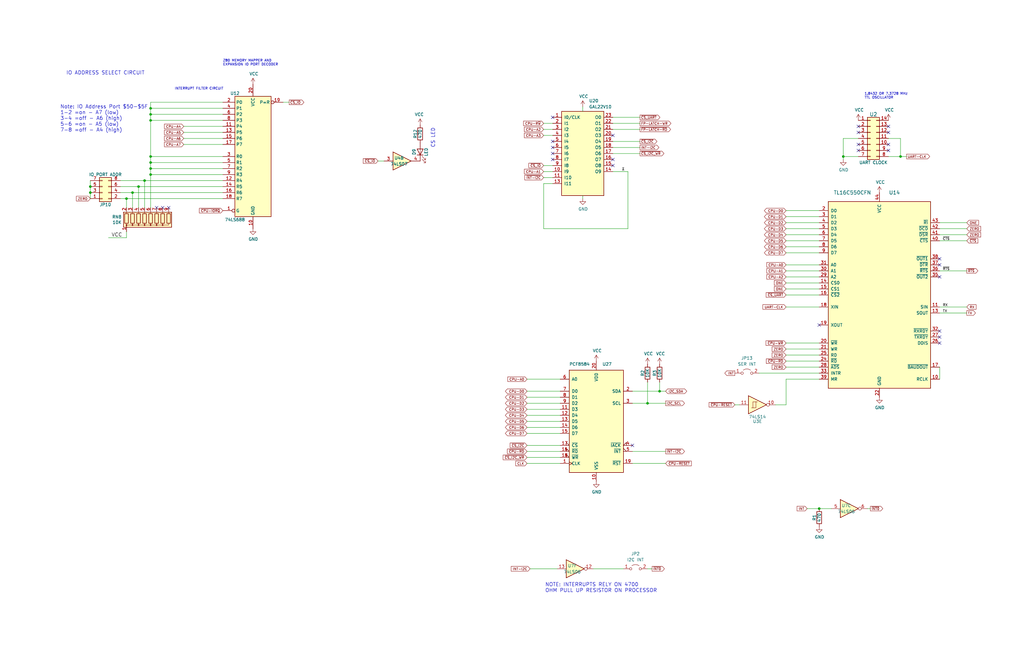
<source format=kicad_sch>
(kicad_sch (version 20211123) (generator eeschema)

  (uuid 745beb59-db8b-44b4-80b3-06646af53166)

  (paper "B")

  (title_block
    (title "DuoDyne 65816 CPU board")
    (date "2023-09-24")
    (rev "V0.76")
  )

  (lib_symbols
    (symbol "74xx:74LS06" (pin_names (offset 1.016)) (in_bom yes) (on_board yes)
      (property "Reference" "U" (id 0) (at 0 1.27 0)
        (effects (font (size 1.27 1.27)))
      )
      (property "Value" "74LS06" (id 1) (at 0 -1.27 0)
        (effects (font (size 1.27 1.27)))
      )
      (property "Footprint" "" (id 2) (at 0 0 0)
        (effects (font (size 1.27 1.27)) hide)
      )
      (property "Datasheet" "http://www.ti.com/lit/gpn/sn74LS06" (id 3) (at 0 0 0)
        (effects (font (size 1.27 1.27)) hide)
      )
      (property "ki_locked" "" (id 4) (at 0 0 0)
        (effects (font (size 1.27 1.27)))
      )
      (property "ki_keywords" "TTL not inv OpenCol" (id 5) (at 0 0 0)
        (effects (font (size 1.27 1.27)) hide)
      )
      (property "ki_description" "Inverter Open Collect" (id 6) (at 0 0 0)
        (effects (font (size 1.27 1.27)) hide)
      )
      (property "ki_fp_filters" "DIP*W7.62mm*" (id 7) (at 0 0 0)
        (effects (font (size 1.27 1.27)) hide)
      )
      (symbol "74LS06_1_0"
        (polyline
          (pts
            (xy -3.81 3.81)
            (xy -3.81 -3.81)
            (xy 3.81 0)
            (xy -3.81 3.81)
          )
          (stroke (width 0.254) (type default) (color 0 0 0 0))
          (fill (type background))
        )
        (pin input line (at -7.62 0 0) (length 3.81)
          (name "~" (effects (font (size 1.27 1.27))))
          (number "1" (effects (font (size 1.27 1.27))))
        )
        (pin open_collector inverted (at 7.62 0 180) (length 3.81)
          (name "~" (effects (font (size 1.27 1.27))))
          (number "2" (effects (font (size 1.27 1.27))))
        )
      )
      (symbol "74LS06_2_0"
        (polyline
          (pts
            (xy -3.81 3.81)
            (xy -3.81 -3.81)
            (xy 3.81 0)
            (xy -3.81 3.81)
          )
          (stroke (width 0.254) (type default) (color 0 0 0 0))
          (fill (type background))
        )
        (pin input line (at -7.62 0 0) (length 3.81)
          (name "~" (effects (font (size 1.27 1.27))))
          (number "3" (effects (font (size 1.27 1.27))))
        )
        (pin open_collector inverted (at 7.62 0 180) (length 3.81)
          (name "~" (effects (font (size 1.27 1.27))))
          (number "4" (effects (font (size 1.27 1.27))))
        )
      )
      (symbol "74LS06_3_0"
        (polyline
          (pts
            (xy -3.81 3.81)
            (xy -3.81 -3.81)
            (xy 3.81 0)
            (xy -3.81 3.81)
          )
          (stroke (width 0.254) (type default) (color 0 0 0 0))
          (fill (type background))
        )
        (pin input line (at -7.62 0 0) (length 3.81)
          (name "~" (effects (font (size 1.27 1.27))))
          (number "5" (effects (font (size 1.27 1.27))))
        )
        (pin open_collector inverted (at 7.62 0 180) (length 3.81)
          (name "~" (effects (font (size 1.27 1.27))))
          (number "6" (effects (font (size 1.27 1.27))))
        )
      )
      (symbol "74LS06_4_0"
        (polyline
          (pts
            (xy -3.81 3.81)
            (xy -3.81 -3.81)
            (xy 3.81 0)
            (xy -3.81 3.81)
          )
          (stroke (width 0.254) (type default) (color 0 0 0 0))
          (fill (type background))
        )
        (pin open_collector inverted (at 7.62 0 180) (length 3.81)
          (name "~" (effects (font (size 1.27 1.27))))
          (number "8" (effects (font (size 1.27 1.27))))
        )
        (pin input line (at -7.62 0 0) (length 3.81)
          (name "~" (effects (font (size 1.27 1.27))))
          (number "9" (effects (font (size 1.27 1.27))))
        )
      )
      (symbol "74LS06_5_0"
        (polyline
          (pts
            (xy -3.81 3.81)
            (xy -3.81 -3.81)
            (xy 3.81 0)
            (xy -3.81 3.81)
          )
          (stroke (width 0.254) (type default) (color 0 0 0 0))
          (fill (type background))
        )
        (pin open_collector inverted (at 7.62 0 180) (length 3.81)
          (name "~" (effects (font (size 1.27 1.27))))
          (number "10" (effects (font (size 1.27 1.27))))
        )
        (pin input line (at -7.62 0 0) (length 3.81)
          (name "~" (effects (font (size 1.27 1.27))))
          (number "11" (effects (font (size 1.27 1.27))))
        )
      )
      (symbol "74LS06_6_0"
        (polyline
          (pts
            (xy -3.81 3.81)
            (xy -3.81 -3.81)
            (xy 3.81 0)
            (xy -3.81 3.81)
          )
          (stroke (width 0.254) (type default) (color 0 0 0 0))
          (fill (type background))
        )
        (pin open_collector inverted (at 7.62 0 180) (length 3.81)
          (name "~" (effects (font (size 1.27 1.27))))
          (number "12" (effects (font (size 1.27 1.27))))
        )
        (pin input line (at -7.62 0 0) (length 3.81)
          (name "~" (effects (font (size 1.27 1.27))))
          (number "13" (effects (font (size 1.27 1.27))))
        )
      )
      (symbol "74LS06_7_0"
        (pin power_in line (at 0 12.7 270) (length 5.08)
          (name "VCC" (effects (font (size 1.27 1.27))))
          (number "14" (effects (font (size 1.27 1.27))))
        )
        (pin power_in line (at 0 -12.7 90) (length 5.08)
          (name "GND" (effects (font (size 1.27 1.27))))
          (number "7" (effects (font (size 1.27 1.27))))
        )
      )
      (symbol "74LS06_7_1"
        (rectangle (start -5.08 7.62) (end 5.08 -7.62)
          (stroke (width 0.254) (type default) (color 0 0 0 0))
          (fill (type background))
        )
      )
    )
    (symbol "74xx:74LS07" (pin_names (offset 1.016)) (in_bom yes) (on_board yes)
      (property "Reference" "U" (id 0) (at 0 1.27 0)
        (effects (font (size 1.27 1.27)))
      )
      (property "Value" "74LS07" (id 1) (at 0 -1.27 0)
        (effects (font (size 1.27 1.27)))
      )
      (property "Footprint" "" (id 2) (at 0 0 0)
        (effects (font (size 1.27 1.27)) hide)
      )
      (property "Datasheet" "www.ti.com/lit/ds/symlink/sn74ls07.pdf" (id 3) (at 0 0 0)
        (effects (font (size 1.27 1.27)) hide)
      )
      (property "ki_locked" "" (id 4) (at 0 0 0)
        (effects (font (size 1.27 1.27)))
      )
      (property "ki_keywords" "TTL hex buffer OpenCol" (id 5) (at 0 0 0)
        (effects (font (size 1.27 1.27)) hide)
      )
      (property "ki_description" "Hex Buffers and Drivers With Open Collector High Voltage Outputs" (id 6) (at 0 0 0)
        (effects (font (size 1.27 1.27)) hide)
      )
      (property "ki_fp_filters" "SOIC*3.9x8.7mm*P1.27mm* TSSOP*4.4x5mm*P0.65mm* DIP*W7.62mm*" (id 7) (at 0 0 0)
        (effects (font (size 1.27 1.27)) hide)
      )
      (symbol "74LS07_1_0"
        (polyline
          (pts
            (xy -3.81 3.81)
            (xy -3.81 -3.81)
            (xy 3.81 0)
            (xy -3.81 3.81)
          )
          (stroke (width 0.254) (type default) (color 0 0 0 0))
          (fill (type background))
        )
        (pin input line (at -7.62 0 0) (length 3.81)
          (name "~" (effects (font (size 1.27 1.27))))
          (number "1" (effects (font (size 1.27 1.27))))
        )
        (pin open_collector line (at 7.62 0 180) (length 3.81)
          (name "~" (effects (font (size 1.27 1.27))))
          (number "2" (effects (font (size 1.27 1.27))))
        )
      )
      (symbol "74LS07_2_0"
        (polyline
          (pts
            (xy -3.81 3.81)
            (xy -3.81 -3.81)
            (xy 3.81 0)
            (xy -3.81 3.81)
          )
          (stroke (width 0.254) (type default) (color 0 0 0 0))
          (fill (type background))
        )
        (pin input line (at -7.62 0 0) (length 3.81)
          (name "~" (effects (font (size 1.27 1.27))))
          (number "3" (effects (font (size 1.27 1.27))))
        )
        (pin open_collector line (at 7.62 0 180) (length 3.81)
          (name "~" (effects (font (size 1.27 1.27))))
          (number "4" (effects (font (size 1.27 1.27))))
        )
      )
      (symbol "74LS07_3_0"
        (polyline
          (pts
            (xy -3.81 3.81)
            (xy -3.81 -3.81)
            (xy 3.81 0)
            (xy -3.81 3.81)
          )
          (stroke (width 0.254) (type default) (color 0 0 0 0))
          (fill (type background))
        )
        (pin input line (at -7.62 0 0) (length 3.81)
          (name "~" (effects (font (size 1.27 1.27))))
          (number "5" (effects (font (size 1.27 1.27))))
        )
        (pin open_collector line (at 7.62 0 180) (length 3.81)
          (name "~" (effects (font (size 1.27 1.27))))
          (number "6" (effects (font (size 1.27 1.27))))
        )
      )
      (symbol "74LS07_4_0"
        (polyline
          (pts
            (xy -3.81 3.81)
            (xy -3.81 -3.81)
            (xy 3.81 0)
            (xy -3.81 3.81)
          )
          (stroke (width 0.254) (type default) (color 0 0 0 0))
          (fill (type background))
        )
        (pin open_collector line (at 7.62 0 180) (length 3.81)
          (name "~" (effects (font (size 1.27 1.27))))
          (number "8" (effects (font (size 1.27 1.27))))
        )
        (pin input line (at -7.62 0 0) (length 3.81)
          (name "~" (effects (font (size 1.27 1.27))))
          (number "9" (effects (font (size 1.27 1.27))))
        )
      )
      (symbol "74LS07_5_0"
        (polyline
          (pts
            (xy -3.81 3.81)
            (xy -3.81 -3.81)
            (xy 3.81 0)
            (xy -3.81 3.81)
          )
          (stroke (width 0.254) (type default) (color 0 0 0 0))
          (fill (type background))
        )
        (pin open_collector line (at 7.62 0 180) (length 3.81)
          (name "~" (effects (font (size 1.27 1.27))))
          (number "10" (effects (font (size 1.27 1.27))))
        )
        (pin input line (at -7.62 0 0) (length 3.81)
          (name "~" (effects (font (size 1.27 1.27))))
          (number "11" (effects (font (size 1.27 1.27))))
        )
      )
      (symbol "74LS07_6_0"
        (polyline
          (pts
            (xy -3.81 3.81)
            (xy -3.81 -3.81)
            (xy 3.81 0)
            (xy -3.81 3.81)
          )
          (stroke (width 0.254) (type default) (color 0 0 0 0))
          (fill (type background))
        )
        (pin open_collector line (at 7.62 0 180) (length 3.81)
          (name "~" (effects (font (size 1.27 1.27))))
          (number "12" (effects (font (size 1.27 1.27))))
        )
        (pin input line (at -7.62 0 0) (length 3.81)
          (name "~" (effects (font (size 1.27 1.27))))
          (number "13" (effects (font (size 1.27 1.27))))
        )
      )
      (symbol "74LS07_7_0"
        (pin power_in line (at 0 12.7 270) (length 5.08)
          (name "VCC" (effects (font (size 1.27 1.27))))
          (number "14" (effects (font (size 1.27 1.27))))
        )
        (pin power_in line (at 0 -12.7 90) (length 5.08)
          (name "GND" (effects (font (size 1.27 1.27))))
          (number "7" (effects (font (size 1.27 1.27))))
        )
      )
      (symbol "74LS07_7_1"
        (rectangle (start -5.08 7.62) (end 5.08 -7.62)
          (stroke (width 0.254) (type default) (color 0 0 0 0))
          (fill (type background))
        )
      )
    )
    (symbol "74xx:74LS14" (pin_names (offset 1.016)) (in_bom yes) (on_board yes)
      (property "Reference" "U" (id 0) (at 0 1.27 0)
        (effects (font (size 1.27 1.27)))
      )
      (property "Value" "74LS14" (id 1) (at 0 -1.27 0)
        (effects (font (size 1.27 1.27)))
      )
      (property "Footprint" "" (id 2) (at 0 0 0)
        (effects (font (size 1.27 1.27)) hide)
      )
      (property "Datasheet" "http://www.ti.com/lit/gpn/sn74LS14" (id 3) (at 0 0 0)
        (effects (font (size 1.27 1.27)) hide)
      )
      (property "ki_locked" "" (id 4) (at 0 0 0)
        (effects (font (size 1.27 1.27)))
      )
      (property "ki_keywords" "TTL not inverter" (id 5) (at 0 0 0)
        (effects (font (size 1.27 1.27)) hide)
      )
      (property "ki_description" "Hex inverter schmitt trigger" (id 6) (at 0 0 0)
        (effects (font (size 1.27 1.27)) hide)
      )
      (property "ki_fp_filters" "DIP*W7.62mm*" (id 7) (at 0 0 0)
        (effects (font (size 1.27 1.27)) hide)
      )
      (symbol "74LS14_1_0"
        (polyline
          (pts
            (xy -3.81 3.81)
            (xy -3.81 -3.81)
            (xy 3.81 0)
            (xy -3.81 3.81)
          )
          (stroke (width 0.254) (type default) (color 0 0 0 0))
          (fill (type background))
        )
        (pin input line (at -7.62 0 0) (length 3.81)
          (name "~" (effects (font (size 1.27 1.27))))
          (number "1" (effects (font (size 1.27 1.27))))
        )
        (pin output inverted (at 7.62 0 180) (length 3.81)
          (name "~" (effects (font (size 1.27 1.27))))
          (number "2" (effects (font (size 1.27 1.27))))
        )
      )
      (symbol "74LS14_1_1"
        (polyline
          (pts
            (xy -1.905 -1.27)
            (xy -1.905 1.27)
            (xy -0.635 1.27)
          )
          (stroke (width 0) (type default) (color 0 0 0 0))
          (fill (type none))
        )
        (polyline
          (pts
            (xy -2.54 -1.27)
            (xy -0.635 -1.27)
            (xy -0.635 1.27)
            (xy 0 1.27)
          )
          (stroke (width 0) (type default) (color 0 0 0 0))
          (fill (type none))
        )
      )
      (symbol "74LS14_2_0"
        (polyline
          (pts
            (xy -3.81 3.81)
            (xy -3.81 -3.81)
            (xy 3.81 0)
            (xy -3.81 3.81)
          )
          (stroke (width 0.254) (type default) (color 0 0 0 0))
          (fill (type background))
        )
        (pin input line (at -7.62 0 0) (length 3.81)
          (name "~" (effects (font (size 1.27 1.27))))
          (number "3" (effects (font (size 1.27 1.27))))
        )
        (pin output inverted (at 7.62 0 180) (length 3.81)
          (name "~" (effects (font (size 1.27 1.27))))
          (number "4" (effects (font (size 1.27 1.27))))
        )
      )
      (symbol "74LS14_2_1"
        (polyline
          (pts
            (xy -1.905 -1.27)
            (xy -1.905 1.27)
            (xy -0.635 1.27)
          )
          (stroke (width 0) (type default) (color 0 0 0 0))
          (fill (type none))
        )
        (polyline
          (pts
            (xy -2.54 -1.27)
            (xy -0.635 -1.27)
            (xy -0.635 1.27)
            (xy 0 1.27)
          )
          (stroke (width 0) (type default) (color 0 0 0 0))
          (fill (type none))
        )
      )
      (symbol "74LS14_3_0"
        (polyline
          (pts
            (xy -3.81 3.81)
            (xy -3.81 -3.81)
            (xy 3.81 0)
            (xy -3.81 3.81)
          )
          (stroke (width 0.254) (type default) (color 0 0 0 0))
          (fill (type background))
        )
        (pin input line (at -7.62 0 0) (length 3.81)
          (name "~" (effects (font (size 1.27 1.27))))
          (number "5" (effects (font (size 1.27 1.27))))
        )
        (pin output inverted (at 7.62 0 180) (length 3.81)
          (name "~" (effects (font (size 1.27 1.27))))
          (number "6" (effects (font (size 1.27 1.27))))
        )
      )
      (symbol "74LS14_3_1"
        (polyline
          (pts
            (xy -1.905 -1.27)
            (xy -1.905 1.27)
            (xy -0.635 1.27)
          )
          (stroke (width 0) (type default) (color 0 0 0 0))
          (fill (type none))
        )
        (polyline
          (pts
            (xy -2.54 -1.27)
            (xy -0.635 -1.27)
            (xy -0.635 1.27)
            (xy 0 1.27)
          )
          (stroke (width 0) (type default) (color 0 0 0 0))
          (fill (type none))
        )
      )
      (symbol "74LS14_4_0"
        (polyline
          (pts
            (xy -3.81 3.81)
            (xy -3.81 -3.81)
            (xy 3.81 0)
            (xy -3.81 3.81)
          )
          (stroke (width 0.254) (type default) (color 0 0 0 0))
          (fill (type background))
        )
        (pin output inverted (at 7.62 0 180) (length 3.81)
          (name "~" (effects (font (size 1.27 1.27))))
          (number "8" (effects (font (size 1.27 1.27))))
        )
        (pin input line (at -7.62 0 0) (length 3.81)
          (name "~" (effects (font (size 1.27 1.27))))
          (number "9" (effects (font (size 1.27 1.27))))
        )
      )
      (symbol "74LS14_4_1"
        (polyline
          (pts
            (xy -1.905 -1.27)
            (xy -1.905 1.27)
            (xy -0.635 1.27)
          )
          (stroke (width 0) (type default) (color 0 0 0 0))
          (fill (type none))
        )
        (polyline
          (pts
            (xy -2.54 -1.27)
            (xy -0.635 -1.27)
            (xy -0.635 1.27)
            (xy 0 1.27)
          )
          (stroke (width 0) (type default) (color 0 0 0 0))
          (fill (type none))
        )
      )
      (symbol "74LS14_5_0"
        (polyline
          (pts
            (xy -3.81 3.81)
            (xy -3.81 -3.81)
            (xy 3.81 0)
            (xy -3.81 3.81)
          )
          (stroke (width 0.254) (type default) (color 0 0 0 0))
          (fill (type background))
        )
        (pin output inverted (at 7.62 0 180) (length 3.81)
          (name "~" (effects (font (size 1.27 1.27))))
          (number "10" (effects (font (size 1.27 1.27))))
        )
        (pin input line (at -7.62 0 0) (length 3.81)
          (name "~" (effects (font (size 1.27 1.27))))
          (number "11" (effects (font (size 1.27 1.27))))
        )
      )
      (symbol "74LS14_5_1"
        (polyline
          (pts
            (xy -1.905 -1.27)
            (xy -1.905 1.27)
            (xy -0.635 1.27)
          )
          (stroke (width 0) (type default) (color 0 0 0 0))
          (fill (type none))
        )
        (polyline
          (pts
            (xy -2.54 -1.27)
            (xy -0.635 -1.27)
            (xy -0.635 1.27)
            (xy 0 1.27)
          )
          (stroke (width 0) (type default) (color 0 0 0 0))
          (fill (type none))
        )
      )
      (symbol "74LS14_6_0"
        (polyline
          (pts
            (xy -3.81 3.81)
            (xy -3.81 -3.81)
            (xy 3.81 0)
            (xy -3.81 3.81)
          )
          (stroke (width 0.254) (type default) (color 0 0 0 0))
          (fill (type background))
        )
        (pin output inverted (at 7.62 0 180) (length 3.81)
          (name "~" (effects (font (size 1.27 1.27))))
          (number "12" (effects (font (size 1.27 1.27))))
        )
        (pin input line (at -7.62 0 0) (length 3.81)
          (name "~" (effects (font (size 1.27 1.27))))
          (number "13" (effects (font (size 1.27 1.27))))
        )
      )
      (symbol "74LS14_6_1"
        (polyline
          (pts
            (xy -1.905 -1.27)
            (xy -1.905 1.27)
            (xy -0.635 1.27)
          )
          (stroke (width 0) (type default) (color 0 0 0 0))
          (fill (type none))
        )
        (polyline
          (pts
            (xy -2.54 -1.27)
            (xy -0.635 -1.27)
            (xy -0.635 1.27)
            (xy 0 1.27)
          )
          (stroke (width 0) (type default) (color 0 0 0 0))
          (fill (type none))
        )
      )
      (symbol "74LS14_7_0"
        (pin power_in line (at 0 12.7 270) (length 5.08)
          (name "VCC" (effects (font (size 1.27 1.27))))
          (number "14" (effects (font (size 1.27 1.27))))
        )
        (pin power_in line (at 0 -12.7 90) (length 5.08)
          (name "GND" (effects (font (size 1.27 1.27))))
          (number "7" (effects (font (size 1.27 1.27))))
        )
      )
      (symbol "74LS14_7_1"
        (rectangle (start -5.08 7.62) (end 5.08 -7.62)
          (stroke (width 0.254) (type default) (color 0 0 0 0))
          (fill (type background))
        )
      )
    )
    (symbol "74xx:74LS688" (in_bom yes) (on_board yes)
      (property "Reference" "U" (id 0) (at -7.62 26.67 0)
        (effects (font (size 1.27 1.27)))
      )
      (property "Value" "74LS688" (id 1) (at -7.62 -26.67 0)
        (effects (font (size 1.27 1.27)))
      )
      (property "Footprint" "" (id 2) (at 0 0 0)
        (effects (font (size 1.27 1.27)) hide)
      )
      (property "Datasheet" "http://www.ti.com/lit/gpn/sn74LS688" (id 3) (at 0 0 0)
        (effects (font (size 1.27 1.27)) hide)
      )
      (property "ki_keywords" "TTL DECOD Arith" (id 4) (at 0 0 0)
        (effects (font (size 1.27 1.27)) hide)
      )
      (property "ki_description" "8-bit magnitude comparator" (id 5) (at 0 0 0)
        (effects (font (size 1.27 1.27)) hide)
      )
      (property "ki_fp_filters" "DIP?20* SOIC?20* SO?20* TSSOP?20*" (id 6) (at 0 0 0)
        (effects (font (size 1.27 1.27)) hide)
      )
      (symbol "74LS688_1_0"
        (pin input inverted (at -12.7 -22.86 0) (length 5.08)
          (name "G" (effects (font (size 1.27 1.27))))
          (number "1" (effects (font (size 1.27 1.27))))
        )
        (pin power_in line (at 0 -30.48 90) (length 5.08)
          (name "GND" (effects (font (size 1.27 1.27))))
          (number "10" (effects (font (size 1.27 1.27))))
        )
        (pin input line (at -12.7 12.7 0) (length 5.08)
          (name "P4" (effects (font (size 1.27 1.27))))
          (number "11" (effects (font (size 1.27 1.27))))
        )
        (pin input line (at -12.7 -10.16 0) (length 5.08)
          (name "R4" (effects (font (size 1.27 1.27))))
          (number "12" (effects (font (size 1.27 1.27))))
        )
        (pin input line (at -12.7 10.16 0) (length 5.08)
          (name "P5" (effects (font (size 1.27 1.27))))
          (number "13" (effects (font (size 1.27 1.27))))
        )
        (pin input line (at -12.7 -12.7 0) (length 5.08)
          (name "R5" (effects (font (size 1.27 1.27))))
          (number "14" (effects (font (size 1.27 1.27))))
        )
        (pin input line (at -12.7 7.62 0) (length 5.08)
          (name "P6" (effects (font (size 1.27 1.27))))
          (number "15" (effects (font (size 1.27 1.27))))
        )
        (pin input line (at -12.7 -15.24 0) (length 5.08)
          (name "R6" (effects (font (size 1.27 1.27))))
          (number "16" (effects (font (size 1.27 1.27))))
        )
        (pin input line (at -12.7 5.08 0) (length 5.08)
          (name "P7" (effects (font (size 1.27 1.27))))
          (number "17" (effects (font (size 1.27 1.27))))
        )
        (pin input line (at -12.7 -17.78 0) (length 5.08)
          (name "R7" (effects (font (size 1.27 1.27))))
          (number "18" (effects (font (size 1.27 1.27))))
        )
        (pin output inverted (at 12.7 22.86 180) (length 5.08)
          (name "P=R" (effects (font (size 1.27 1.27))))
          (number "19" (effects (font (size 1.27 1.27))))
        )
        (pin input line (at -12.7 22.86 0) (length 5.08)
          (name "P0" (effects (font (size 1.27 1.27))))
          (number "2" (effects (font (size 1.27 1.27))))
        )
        (pin power_in line (at 0 30.48 270) (length 5.08)
          (name "VCC" (effects (font (size 1.27 1.27))))
          (number "20" (effects (font (size 1.27 1.27))))
        )
        (pin input line (at -12.7 0 0) (length 5.08)
          (name "R0" (effects (font (size 1.27 1.27))))
          (number "3" (effects (font (size 1.27 1.27))))
        )
        (pin input line (at -12.7 20.32 0) (length 5.08)
          (name "P1" (effects (font (size 1.27 1.27))))
          (number "4" (effects (font (size 1.27 1.27))))
        )
        (pin input line (at -12.7 -2.54 0) (length 5.08)
          (name "R1" (effects (font (size 1.27 1.27))))
          (number "5" (effects (font (size 1.27 1.27))))
        )
        (pin input line (at -12.7 17.78 0) (length 5.08)
          (name "P2" (effects (font (size 1.27 1.27))))
          (number "6" (effects (font (size 1.27 1.27))))
        )
        (pin input line (at -12.7 -5.08 0) (length 5.08)
          (name "R2" (effects (font (size 1.27 1.27))))
          (number "7" (effects (font (size 1.27 1.27))))
        )
        (pin input line (at -12.7 15.24 0) (length 5.08)
          (name "P3" (effects (font (size 1.27 1.27))))
          (number "8" (effects (font (size 1.27 1.27))))
        )
        (pin input line (at -12.7 -7.62 0) (length 5.08)
          (name "R3" (effects (font (size 1.27 1.27))))
          (number "9" (effects (font (size 1.27 1.27))))
        )
      )
      (symbol "74LS688_1_1"
        (rectangle (start -7.62 25.4) (end 7.62 -25.4)
          (stroke (width 0.254) (type default) (color 0 0 0 0))
          (fill (type background))
        )
      )
    )
    (symbol "Connector_Generic:Conn_02x04_Odd_Even" (pin_names (offset 1.016) hide) (in_bom yes) (on_board yes)
      (property "Reference" "J" (id 0) (at 1.27 5.08 0)
        (effects (font (size 1.27 1.27)))
      )
      (property "Value" "Conn_02x04_Odd_Even" (id 1) (at 1.27 -7.62 0)
        (effects (font (size 1.27 1.27)))
      )
      (property "Footprint" "" (id 2) (at 0 0 0)
        (effects (font (size 1.27 1.27)) hide)
      )
      (property "Datasheet" "~" (id 3) (at 0 0 0)
        (effects (font (size 1.27 1.27)) hide)
      )
      (property "ki_keywords" "connector" (id 4) (at 0 0 0)
        (effects (font (size 1.27 1.27)) hide)
      )
      (property "ki_description" "Generic connector, double row, 02x04, odd/even pin numbering scheme (row 1 odd numbers, row 2 even numbers), script generated (kicad-library-utils/schlib/autogen/connector/)" (id 5) (at 0 0 0)
        (effects (font (size 1.27 1.27)) hide)
      )
      (property "ki_fp_filters" "Connector*:*_2x??_*" (id 6) (at 0 0 0)
        (effects (font (size 1.27 1.27)) hide)
      )
      (symbol "Conn_02x04_Odd_Even_1_1"
        (rectangle (start -1.27 -4.953) (end 0 -5.207)
          (stroke (width 0.1524) (type default) (color 0 0 0 0))
          (fill (type none))
        )
        (rectangle (start -1.27 -2.413) (end 0 -2.667)
          (stroke (width 0.1524) (type default) (color 0 0 0 0))
          (fill (type none))
        )
        (rectangle (start -1.27 0.127) (end 0 -0.127)
          (stroke (width 0.1524) (type default) (color 0 0 0 0))
          (fill (type none))
        )
        (rectangle (start -1.27 2.667) (end 0 2.413)
          (stroke (width 0.1524) (type default) (color 0 0 0 0))
          (fill (type none))
        )
        (rectangle (start -1.27 3.81) (end 3.81 -6.35)
          (stroke (width 0.254) (type default) (color 0 0 0 0))
          (fill (type background))
        )
        (rectangle (start 3.81 -4.953) (end 2.54 -5.207)
          (stroke (width 0.1524) (type default) (color 0 0 0 0))
          (fill (type none))
        )
        (rectangle (start 3.81 -2.413) (end 2.54 -2.667)
          (stroke (width 0.1524) (type default) (color 0 0 0 0))
          (fill (type none))
        )
        (rectangle (start 3.81 0.127) (end 2.54 -0.127)
          (stroke (width 0.1524) (type default) (color 0 0 0 0))
          (fill (type none))
        )
        (rectangle (start 3.81 2.667) (end 2.54 2.413)
          (stroke (width 0.1524) (type default) (color 0 0 0 0))
          (fill (type none))
        )
        (pin passive line (at -5.08 2.54 0) (length 3.81)
          (name "Pin_1" (effects (font (size 1.27 1.27))))
          (number "1" (effects (font (size 1.27 1.27))))
        )
        (pin passive line (at 7.62 2.54 180) (length 3.81)
          (name "Pin_2" (effects (font (size 1.27 1.27))))
          (number "2" (effects (font (size 1.27 1.27))))
        )
        (pin passive line (at -5.08 0 0) (length 3.81)
          (name "Pin_3" (effects (font (size 1.27 1.27))))
          (number "3" (effects (font (size 1.27 1.27))))
        )
        (pin passive line (at 7.62 0 180) (length 3.81)
          (name "Pin_4" (effects (font (size 1.27 1.27))))
          (number "4" (effects (font (size 1.27 1.27))))
        )
        (pin passive line (at -5.08 -2.54 0) (length 3.81)
          (name "Pin_5" (effects (font (size 1.27 1.27))))
          (number "5" (effects (font (size 1.27 1.27))))
        )
        (pin passive line (at 7.62 -2.54 180) (length 3.81)
          (name "Pin_6" (effects (font (size 1.27 1.27))))
          (number "6" (effects (font (size 1.27 1.27))))
        )
        (pin passive line (at -5.08 -5.08 0) (length 3.81)
          (name "Pin_7" (effects (font (size 1.27 1.27))))
          (number "7" (effects (font (size 1.27 1.27))))
        )
        (pin passive line (at 7.62 -5.08 180) (length 3.81)
          (name "Pin_8" (effects (font (size 1.27 1.27))))
          (number "8" (effects (font (size 1.27 1.27))))
        )
      )
    )
    (symbol "Connector_Generic:Conn_02x07_Counter_Clockwise" (pin_names (offset 1.016) hide) (in_bom yes) (on_board yes)
      (property "Reference" "J" (id 0) (at 1.27 10.16 0)
        (effects (font (size 1.27 1.27)))
      )
      (property "Value" "Conn_02x07_Counter_Clockwise" (id 1) (at 1.27 -10.16 0)
        (effects (font (size 1.27 1.27)))
      )
      (property "Footprint" "" (id 2) (at 0 0 0)
        (effects (font (size 1.27 1.27)) hide)
      )
      (property "Datasheet" "~" (id 3) (at 0 0 0)
        (effects (font (size 1.27 1.27)) hide)
      )
      (property "ki_keywords" "connector" (id 4) (at 0 0 0)
        (effects (font (size 1.27 1.27)) hide)
      )
      (property "ki_description" "Generic connector, double row, 02x07, counter clockwise pin numbering scheme (similar to DIP package numbering), script generated (kicad-library-utils/schlib/autogen/connector/)" (id 5) (at 0 0 0)
        (effects (font (size 1.27 1.27)) hide)
      )
      (property "ki_fp_filters" "Connector*:*_2x??_*" (id 6) (at 0 0 0)
        (effects (font (size 1.27 1.27)) hide)
      )
      (symbol "Conn_02x07_Counter_Clockwise_1_1"
        (rectangle (start -1.27 -7.493) (end 0 -7.747)
          (stroke (width 0.1524) (type default) (color 0 0 0 0))
          (fill (type none))
        )
        (rectangle (start -1.27 -4.953) (end 0 -5.207)
          (stroke (width 0.1524) (type default) (color 0 0 0 0))
          (fill (type none))
        )
        (rectangle (start -1.27 -2.413) (end 0 -2.667)
          (stroke (width 0.1524) (type default) (color 0 0 0 0))
          (fill (type none))
        )
        (rectangle (start -1.27 0.127) (end 0 -0.127)
          (stroke (width 0.1524) (type default) (color 0 0 0 0))
          (fill (type none))
        )
        (rectangle (start -1.27 2.667) (end 0 2.413)
          (stroke (width 0.1524) (type default) (color 0 0 0 0))
          (fill (type none))
        )
        (rectangle (start -1.27 5.207) (end 0 4.953)
          (stroke (width 0.1524) (type default) (color 0 0 0 0))
          (fill (type none))
        )
        (rectangle (start -1.27 7.747) (end 0 7.493)
          (stroke (width 0.1524) (type default) (color 0 0 0 0))
          (fill (type none))
        )
        (rectangle (start -1.27 8.89) (end 3.81 -8.89)
          (stroke (width 0.254) (type default) (color 0 0 0 0))
          (fill (type background))
        )
        (rectangle (start 3.81 -7.493) (end 2.54 -7.747)
          (stroke (width 0.1524) (type default) (color 0 0 0 0))
          (fill (type none))
        )
        (rectangle (start 3.81 -4.953) (end 2.54 -5.207)
          (stroke (width 0.1524) (type default) (color 0 0 0 0))
          (fill (type none))
        )
        (rectangle (start 3.81 -2.413) (end 2.54 -2.667)
          (stroke (width 0.1524) (type default) (color 0 0 0 0))
          (fill (type none))
        )
        (rectangle (start 3.81 0.127) (end 2.54 -0.127)
          (stroke (width 0.1524) (type default) (color 0 0 0 0))
          (fill (type none))
        )
        (rectangle (start 3.81 2.667) (end 2.54 2.413)
          (stroke (width 0.1524) (type default) (color 0 0 0 0))
          (fill (type none))
        )
        (rectangle (start 3.81 5.207) (end 2.54 4.953)
          (stroke (width 0.1524) (type default) (color 0 0 0 0))
          (fill (type none))
        )
        (rectangle (start 3.81 7.747) (end 2.54 7.493)
          (stroke (width 0.1524) (type default) (color 0 0 0 0))
          (fill (type none))
        )
        (pin passive line (at -5.08 7.62 0) (length 3.81)
          (name "Pin_1" (effects (font (size 1.27 1.27))))
          (number "1" (effects (font (size 1.27 1.27))))
        )
        (pin passive line (at 7.62 -2.54 180) (length 3.81)
          (name "Pin_10" (effects (font (size 1.27 1.27))))
          (number "10" (effects (font (size 1.27 1.27))))
        )
        (pin passive line (at 7.62 0 180) (length 3.81)
          (name "Pin_11" (effects (font (size 1.27 1.27))))
          (number "11" (effects (font (size 1.27 1.27))))
        )
        (pin passive line (at 7.62 2.54 180) (length 3.81)
          (name "Pin_12" (effects (font (size 1.27 1.27))))
          (number "12" (effects (font (size 1.27 1.27))))
        )
        (pin passive line (at 7.62 5.08 180) (length 3.81)
          (name "Pin_13" (effects (font (size 1.27 1.27))))
          (number "13" (effects (font (size 1.27 1.27))))
        )
        (pin passive line (at 7.62 7.62 180) (length 3.81)
          (name "Pin_14" (effects (font (size 1.27 1.27))))
          (number "14" (effects (font (size 1.27 1.27))))
        )
        (pin passive line (at -5.08 5.08 0) (length 3.81)
          (name "Pin_2" (effects (font (size 1.27 1.27))))
          (number "2" (effects (font (size 1.27 1.27))))
        )
        (pin passive line (at -5.08 2.54 0) (length 3.81)
          (name "Pin_3" (effects (font (size 1.27 1.27))))
          (number "3" (effects (font (size 1.27 1.27))))
        )
        (pin passive line (at -5.08 0 0) (length 3.81)
          (name "Pin_4" (effects (font (size 1.27 1.27))))
          (number "4" (effects (font (size 1.27 1.27))))
        )
        (pin passive line (at -5.08 -2.54 0) (length 3.81)
          (name "Pin_5" (effects (font (size 1.27 1.27))))
          (number "5" (effects (font (size 1.27 1.27))))
        )
        (pin passive line (at -5.08 -5.08 0) (length 3.81)
          (name "Pin_6" (effects (font (size 1.27 1.27))))
          (number "6" (effects (font (size 1.27 1.27))))
        )
        (pin passive line (at -5.08 -7.62 0) (length 3.81)
          (name "Pin_7" (effects (font (size 1.27 1.27))))
          (number "7" (effects (font (size 1.27 1.27))))
        )
        (pin passive line (at 7.62 -7.62 180) (length 3.81)
          (name "Pin_8" (effects (font (size 1.27 1.27))))
          (number "8" (effects (font (size 1.27 1.27))))
        )
        (pin passive line (at 7.62 -5.08 180) (length 3.81)
          (name "Pin_9" (effects (font (size 1.27 1.27))))
          (number "9" (effects (font (size 1.27 1.27))))
        )
      )
    )
    (symbol "Device:LED" (pin_numbers hide) (pin_names (offset 1.016) hide) (in_bom yes) (on_board yes)
      (property "Reference" "D" (id 0) (at 0 2.54 0)
        (effects (font (size 1.27 1.27)))
      )
      (property "Value" "LED" (id 1) (at 0 -2.54 0)
        (effects (font (size 1.27 1.27)))
      )
      (property "Footprint" "" (id 2) (at 0 0 0)
        (effects (font (size 1.27 1.27)) hide)
      )
      (property "Datasheet" "~" (id 3) (at 0 0 0)
        (effects (font (size 1.27 1.27)) hide)
      )
      (property "ki_keywords" "LED diode" (id 4) (at 0 0 0)
        (effects (font (size 1.27 1.27)) hide)
      )
      (property "ki_description" "Light emitting diode" (id 5) (at 0 0 0)
        (effects (font (size 1.27 1.27)) hide)
      )
      (property "ki_fp_filters" "LED* LED_SMD:* LED_THT:*" (id 6) (at 0 0 0)
        (effects (font (size 1.27 1.27)) hide)
      )
      (symbol "LED_0_1"
        (polyline
          (pts
            (xy -1.27 -1.27)
            (xy -1.27 1.27)
          )
          (stroke (width 0.254) (type default) (color 0 0 0 0))
          (fill (type none))
        )
        (polyline
          (pts
            (xy -1.27 0)
            (xy 1.27 0)
          )
          (stroke (width 0) (type default) (color 0 0 0 0))
          (fill (type none))
        )
        (polyline
          (pts
            (xy 1.27 -1.27)
            (xy 1.27 1.27)
            (xy -1.27 0)
            (xy 1.27 -1.27)
          )
          (stroke (width 0.254) (type default) (color 0 0 0 0))
          (fill (type none))
        )
        (polyline
          (pts
            (xy -3.048 -0.762)
            (xy -4.572 -2.286)
            (xy -3.81 -2.286)
            (xy -4.572 -2.286)
            (xy -4.572 -1.524)
          )
          (stroke (width 0) (type default) (color 0 0 0 0))
          (fill (type none))
        )
        (polyline
          (pts
            (xy -1.778 -0.762)
            (xy -3.302 -2.286)
            (xy -2.54 -2.286)
            (xy -3.302 -2.286)
            (xy -3.302 -1.524)
          )
          (stroke (width 0) (type default) (color 0 0 0 0))
          (fill (type none))
        )
      )
      (symbol "LED_1_1"
        (pin passive line (at -3.81 0 0) (length 2.54)
          (name "K" (effects (font (size 1.27 1.27))))
          (number "1" (effects (font (size 1.27 1.27))))
        )
        (pin passive line (at 3.81 0 180) (length 2.54)
          (name "A" (effects (font (size 1.27 1.27))))
          (number "2" (effects (font (size 1.27 1.27))))
        )
      )
    )
    (symbol "Device:R" (pin_numbers hide) (pin_names (offset 0)) (in_bom yes) (on_board yes)
      (property "Reference" "R" (id 0) (at 2.032 0 90)
        (effects (font (size 1.27 1.27)))
      )
      (property "Value" "R" (id 1) (at 0 0 90)
        (effects (font (size 1.27 1.27)))
      )
      (property "Footprint" "" (id 2) (at -1.778 0 90)
        (effects (font (size 1.27 1.27)) hide)
      )
      (property "Datasheet" "~" (id 3) (at 0 0 0)
        (effects (font (size 1.27 1.27)) hide)
      )
      (property "ki_keywords" "R res resistor" (id 4) (at 0 0 0)
        (effects (font (size 1.27 1.27)) hide)
      )
      (property "ki_description" "Resistor" (id 5) (at 0 0 0)
        (effects (font (size 1.27 1.27)) hide)
      )
      (property "ki_fp_filters" "R_*" (id 6) (at 0 0 0)
        (effects (font (size 1.27 1.27)) hide)
      )
      (symbol "R_0_1"
        (rectangle (start -1.016 -2.54) (end 1.016 2.54)
          (stroke (width 0.254) (type default) (color 0 0 0 0))
          (fill (type none))
        )
      )
      (symbol "R_1_1"
        (pin passive line (at 0 3.81 270) (length 1.27)
          (name "~" (effects (font (size 1.27 1.27))))
          (number "1" (effects (font (size 1.27 1.27))))
        )
        (pin passive line (at 0 -3.81 90) (length 1.27)
          (name "~" (effects (font (size 1.27 1.27))))
          (number "2" (effects (font (size 1.27 1.27))))
        )
      )
    )
    (symbol "Device:R_Network08" (pin_names (offset 0) hide) (in_bom yes) (on_board yes)
      (property "Reference" "RN" (id 0) (at -12.7 0 90)
        (effects (font (size 1.27 1.27)))
      )
      (property "Value" "R_Network08" (id 1) (at 10.16 0 90)
        (effects (font (size 1.27 1.27)))
      )
      (property "Footprint" "Resistor_THT:R_Array_SIP9" (id 2) (at 12.065 0 90)
        (effects (font (size 1.27 1.27)) hide)
      )
      (property "Datasheet" "http://www.vishay.com/docs/31509/csc.pdf" (id 3) (at 0 0 0)
        (effects (font (size 1.27 1.27)) hide)
      )
      (property "ki_keywords" "R network star-topology" (id 4) (at 0 0 0)
        (effects (font (size 1.27 1.27)) hide)
      )
      (property "ki_description" "8 resistor network, star topology, bussed resistors, small symbol" (id 5) (at 0 0 0)
        (effects (font (size 1.27 1.27)) hide)
      )
      (property "ki_fp_filters" "R?Array?SIP*" (id 6) (at 0 0 0)
        (effects (font (size 1.27 1.27)) hide)
      )
      (symbol "R_Network08_0_1"
        (rectangle (start -11.43 -3.175) (end 8.89 3.175)
          (stroke (width 0.254) (type default) (color 0 0 0 0))
          (fill (type background))
        )
        (rectangle (start -10.922 1.524) (end -9.398 -2.54)
          (stroke (width 0.254) (type default) (color 0 0 0 0))
          (fill (type none))
        )
        (circle (center -10.16 2.286) (radius 0.254)
          (stroke (width 0) (type default) (color 0 0 0 0))
          (fill (type outline))
        )
        (rectangle (start -8.382 1.524) (end -6.858 -2.54)
          (stroke (width 0.254) (type default) (color 0 0 0 0))
          (fill (type none))
        )
        (circle (center -7.62 2.286) (radius 0.254)
          (stroke (width 0) (type default) (color 0 0 0 0))
          (fill (type outline))
        )
        (rectangle (start -5.842 1.524) (end -4.318 -2.54)
          (stroke (width 0.254) (type default) (color 0 0 0 0))
          (fill (type none))
        )
        (circle (center -5.08 2.286) (radius 0.254)
          (stroke (width 0) (type default) (color 0 0 0 0))
          (fill (type outline))
        )
        (rectangle (start -3.302 1.524) (end -1.778 -2.54)
          (stroke (width 0.254) (type default) (color 0 0 0 0))
          (fill (type none))
        )
        (circle (center -2.54 2.286) (radius 0.254)
          (stroke (width 0) (type default) (color 0 0 0 0))
          (fill (type outline))
        )
        (rectangle (start -0.762 1.524) (end 0.762 -2.54)
          (stroke (width 0.254) (type default) (color 0 0 0 0))
          (fill (type none))
        )
        (polyline
          (pts
            (xy -10.16 -2.54)
            (xy -10.16 -3.81)
          )
          (stroke (width 0) (type default) (color 0 0 0 0))
          (fill (type none))
        )
        (polyline
          (pts
            (xy -7.62 -2.54)
            (xy -7.62 -3.81)
          )
          (stroke (width 0) (type default) (color 0 0 0 0))
          (fill (type none))
        )
        (polyline
          (pts
            (xy -5.08 -2.54)
            (xy -5.08 -3.81)
          )
          (stroke (width 0) (type default) (color 0 0 0 0))
          (fill (type none))
        )
        (polyline
          (pts
            (xy -2.54 -2.54)
            (xy -2.54 -3.81)
          )
          (stroke (width 0) (type default) (color 0 0 0 0))
          (fill (type none))
        )
        (polyline
          (pts
            (xy 0 -2.54)
            (xy 0 -3.81)
          )
          (stroke (width 0) (type default) (color 0 0 0 0))
          (fill (type none))
        )
        (polyline
          (pts
            (xy 2.54 -2.54)
            (xy 2.54 -3.81)
          )
          (stroke (width 0) (type default) (color 0 0 0 0))
          (fill (type none))
        )
        (polyline
          (pts
            (xy 5.08 -2.54)
            (xy 5.08 -3.81)
          )
          (stroke (width 0) (type default) (color 0 0 0 0))
          (fill (type none))
        )
        (polyline
          (pts
            (xy 7.62 -2.54)
            (xy 7.62 -3.81)
          )
          (stroke (width 0) (type default) (color 0 0 0 0))
          (fill (type none))
        )
        (polyline
          (pts
            (xy -10.16 1.524)
            (xy -10.16 2.286)
            (xy -7.62 2.286)
            (xy -7.62 1.524)
          )
          (stroke (width 0) (type default) (color 0 0 0 0))
          (fill (type none))
        )
        (polyline
          (pts
            (xy -7.62 1.524)
            (xy -7.62 2.286)
            (xy -5.08 2.286)
            (xy -5.08 1.524)
          )
          (stroke (width 0) (type default) (color 0 0 0 0))
          (fill (type none))
        )
        (polyline
          (pts
            (xy -5.08 1.524)
            (xy -5.08 2.286)
            (xy -2.54 2.286)
            (xy -2.54 1.524)
          )
          (stroke (width 0) (type default) (color 0 0 0 0))
          (fill (type none))
        )
        (polyline
          (pts
            (xy -2.54 1.524)
            (xy -2.54 2.286)
            (xy 0 2.286)
            (xy 0 1.524)
          )
          (stroke (width 0) (type default) (color 0 0 0 0))
          (fill (type none))
        )
        (polyline
          (pts
            (xy 0 1.524)
            (xy 0 2.286)
            (xy 2.54 2.286)
            (xy 2.54 1.524)
          )
          (stroke (width 0) (type default) (color 0 0 0 0))
          (fill (type none))
        )
        (polyline
          (pts
            (xy 2.54 1.524)
            (xy 2.54 2.286)
            (xy 5.08 2.286)
            (xy 5.08 1.524)
          )
          (stroke (width 0) (type default) (color 0 0 0 0))
          (fill (type none))
        )
        (polyline
          (pts
            (xy 5.08 1.524)
            (xy 5.08 2.286)
            (xy 7.62 2.286)
            (xy 7.62 1.524)
          )
          (stroke (width 0) (type default) (color 0 0 0 0))
          (fill (type none))
        )
        (circle (center 0 2.286) (radius 0.254)
          (stroke (width 0) (type default) (color 0 0 0 0))
          (fill (type outline))
        )
        (rectangle (start 1.778 1.524) (end 3.302 -2.54)
          (stroke (width 0.254) (type default) (color 0 0 0 0))
          (fill (type none))
        )
        (circle (center 2.54 2.286) (radius 0.254)
          (stroke (width 0) (type default) (color 0 0 0 0))
          (fill (type outline))
        )
        (rectangle (start 4.318 1.524) (end 5.842 -2.54)
          (stroke (width 0.254) (type default) (color 0 0 0 0))
          (fill (type none))
        )
        (circle (center 5.08 2.286) (radius 0.254)
          (stroke (width 0) (type default) (color 0 0 0 0))
          (fill (type outline))
        )
        (rectangle (start 6.858 1.524) (end 8.382 -2.54)
          (stroke (width 0.254) (type default) (color 0 0 0 0))
          (fill (type none))
        )
      )
      (symbol "R_Network08_1_1"
        (pin passive line (at -10.16 5.08 270) (length 2.54)
          (name "common" (effects (font (size 1.27 1.27))))
          (number "1" (effects (font (size 1.27 1.27))))
        )
        (pin passive line (at -10.16 -5.08 90) (length 1.27)
          (name "R1" (effects (font (size 1.27 1.27))))
          (number "2" (effects (font (size 1.27 1.27))))
        )
        (pin passive line (at -7.62 -5.08 90) (length 1.27)
          (name "R2" (effects (font (size 1.27 1.27))))
          (number "3" (effects (font (size 1.27 1.27))))
        )
        (pin passive line (at -5.08 -5.08 90) (length 1.27)
          (name "R3" (effects (font (size 1.27 1.27))))
          (number "4" (effects (font (size 1.27 1.27))))
        )
        (pin passive line (at -2.54 -5.08 90) (length 1.27)
          (name "R4" (effects (font (size 1.27 1.27))))
          (number "5" (effects (font (size 1.27 1.27))))
        )
        (pin passive line (at 0 -5.08 90) (length 1.27)
          (name "R5" (effects (font (size 1.27 1.27))))
          (number "6" (effects (font (size 1.27 1.27))))
        )
        (pin passive line (at 2.54 -5.08 90) (length 1.27)
          (name "R6" (effects (font (size 1.27 1.27))))
          (number "7" (effects (font (size 1.27 1.27))))
        )
        (pin passive line (at 5.08 -5.08 90) (length 1.27)
          (name "R7" (effects (font (size 1.27 1.27))))
          (number "8" (effects (font (size 1.27 1.27))))
        )
        (pin passive line (at 7.62 -5.08 90) (length 1.27)
          (name "R8" (effects (font (size 1.27 1.27))))
          (number "9" (effects (font (size 1.27 1.27))))
        )
      )
    )
    (symbol "Interface_Expansion:PCF8584" (pin_names (offset 1.016)) (in_bom yes) (on_board yes)
      (property "Reference" "U" (id 0) (at -11.43 22.86 0)
        (effects (font (size 1.27 1.27)) (justify left))
      )
      (property "Value" "PCF8584" (id 1) (at 3.81 22.86 0)
        (effects (font (size 1.27 1.27)) (justify left))
      )
      (property "Footprint" "" (id 2) (at 0 0 0)
        (effects (font (size 1.27 1.27)) hide)
      )
      (property "Datasheet" "http://www.nxp.com/documents/data_sheet/PCF8584.pdf" (id 3) (at 0 0 0)
        (effects (font (size 1.27 1.27)) hide)
      )
      (property "ki_keywords" "I2C Bus" (id 4) (at 0 0 0)
        (effects (font (size 1.27 1.27)) hide)
      )
      (property "ki_description" "I2C Bus Controller, DIP/SOIC-20" (id 5) (at 0 0 0)
        (effects (font (size 1.27 1.27)) hide)
      )
      (property "ki_fp_filters" "DIP* PDIP* SO* SOIC*" (id 6) (at 0 0 0)
        (effects (font (size 1.27 1.27)) hide)
      )
      (symbol "PCF8584_0_1"
        (rectangle (start -11.43 -21.59) (end 11.43 21.59)
          (stroke (width 0.254) (type default) (color 0 0 0 0))
          (fill (type background))
        )
      )
      (symbol "PCF8584_1_1"
        (pin input clock (at -15.24 -17.78 0) (length 3.81)
          (name "CLK" (effects (font (size 1.27 1.27))))
          (number "1" (effects (font (size 1.27 1.27))))
        )
        (pin power_in line (at 0 -25.4 90) (length 3.81)
          (name "VSS" (effects (font (size 1.27 1.27))))
          (number "10" (effects (font (size 1.27 1.27))))
        )
        (pin tri_state line (at -15.24 5.08 0) (length 3.81)
          (name "D3" (effects (font (size 1.27 1.27))))
          (number "11" (effects (font (size 1.27 1.27))))
        )
        (pin tri_state line (at -15.24 2.54 0) (length 3.81)
          (name "D4" (effects (font (size 1.27 1.27))))
          (number "12" (effects (font (size 1.27 1.27))))
        )
        (pin tri_state line (at -15.24 0 0) (length 3.81)
          (name "D5" (effects (font (size 1.27 1.27))))
          (number "13" (effects (font (size 1.27 1.27))))
        )
        (pin tri_state line (at -15.24 -2.54 0) (length 3.81)
          (name "D6" (effects (font (size 1.27 1.27))))
          (number "14" (effects (font (size 1.27 1.27))))
        )
        (pin tri_state line (at -15.24 -5.08 0) (length 3.81)
          (name "D7" (effects (font (size 1.27 1.27))))
          (number "15" (effects (font (size 1.27 1.27))))
        )
        (pin passive input_low (at -15.24 -12.7 0) (length 3.81)
          (name "~{RD}" (effects (font (size 1.27 1.27))))
          (number "16" (effects (font (size 1.27 1.27))))
        )
        (pin input input_low (at -15.24 -10.16 0) (length 3.81)
          (name "~{CS}" (effects (font (size 1.27 1.27))))
          (number "17" (effects (font (size 1.27 1.27))))
        )
        (pin input input_low (at -15.24 -15.24 0) (length 3.81)
          (name "~{WR}" (effects (font (size 1.27 1.27))))
          (number "18" (effects (font (size 1.27 1.27))))
        )
        (pin bidirectional line (at 15.24 -17.78 180) (length 3.81)
          (name "~{RST}" (effects (font (size 1.27 1.27))))
          (number "19" (effects (font (size 1.27 1.27))))
        )
        (pin bidirectional line (at 15.24 12.7 180) (length 3.81)
          (name "SDA" (effects (font (size 1.27 1.27))))
          (number "2" (effects (font (size 1.27 1.27))))
        )
        (pin power_in line (at 0 25.4 270) (length 3.81)
          (name "VDD" (effects (font (size 1.27 1.27))))
          (number "20" (effects (font (size 1.27 1.27))))
        )
        (pin bidirectional line (at 15.24 7.62 180) (length 3.81)
          (name "SCL" (effects (font (size 1.27 1.27))))
          (number "3" (effects (font (size 1.27 1.27))))
        )
        (pin input input_low (at 15.24 -10.16 180) (length 3.81)
          (name "~{IACK}" (effects (font (size 1.27 1.27))))
          (number "4" (effects (font (size 1.27 1.27))))
        )
        (pin output output_low (at 15.24 -12.7 180) (length 3.81)
          (name "~{INT}" (effects (font (size 1.27 1.27))))
          (number "5" (effects (font (size 1.27 1.27))))
        )
        (pin input line (at -15.24 17.78 0) (length 3.81)
          (name "A0" (effects (font (size 1.27 1.27))))
          (number "6" (effects (font (size 1.27 1.27))))
        )
        (pin tri_state line (at -15.24 12.7 0) (length 3.81)
          (name "D0" (effects (font (size 1.27 1.27))))
          (number "7" (effects (font (size 1.27 1.27))))
        )
        (pin tri_state line (at -15.24 10.16 0) (length 3.81)
          (name "D1" (effects (font (size 1.27 1.27))))
          (number "8" (effects (font (size 1.27 1.27))))
        )
        (pin tri_state line (at -15.24 7.62 0) (length 3.81)
          (name "D2" (effects (font (size 1.27 1.27))))
          (number "9" (effects (font (size 1.27 1.27))))
        )
      )
    )
    (symbol "Jumper:Jumper_2_Open" (pin_names (offset 0) hide) (in_bom yes) (on_board yes)
      (property "Reference" "JP" (id 0) (at 0 2.794 0)
        (effects (font (size 1.27 1.27)))
      )
      (property "Value" "Jumper_2_Open" (id 1) (at 0 -2.286 0)
        (effects (font (size 1.27 1.27)))
      )
      (property "Footprint" "" (id 2) (at 0 0 0)
        (effects (font (size 1.27 1.27)) hide)
      )
      (property "Datasheet" "~" (id 3) (at 0 0 0)
        (effects (font (size 1.27 1.27)) hide)
      )
      (property "ki_keywords" "Jumper SPST" (id 4) (at 0 0 0)
        (effects (font (size 1.27 1.27)) hide)
      )
      (property "ki_description" "Jumper, 2-pole, open" (id 5) (at 0 0 0)
        (effects (font (size 1.27 1.27)) hide)
      )
      (property "ki_fp_filters" "Jumper* TestPoint*2Pads* TestPoint*Bridge*" (id 6) (at 0 0 0)
        (effects (font (size 1.27 1.27)) hide)
      )
      (symbol "Jumper_2_Open_0_0"
        (circle (center -2.032 0) (radius 0.508)
          (stroke (width 0) (type default) (color 0 0 0 0))
          (fill (type none))
        )
        (circle (center 2.032 0) (radius 0.508)
          (stroke (width 0) (type default) (color 0 0 0 0))
          (fill (type none))
        )
      )
      (symbol "Jumper_2_Open_0_1"
        (arc (start 1.524 1.27) (mid 0 1.778) (end -1.524 1.27)
          (stroke (width 0) (type default) (color 0 0 0 0))
          (fill (type none))
        )
      )
      (symbol "Jumper_2_Open_1_1"
        (pin passive line (at -5.08 0 0) (length 2.54)
          (name "A" (effects (font (size 1.27 1.27))))
          (number "1" (effects (font (size 1.27 1.27))))
        )
        (pin passive line (at 5.08 0 180) (length 2.54)
          (name "B" (effects (font (size 1.27 1.27))))
          (number "2" (effects (font (size 1.27 1.27))))
        )
      )
    )
    (symbol "TL16C550CFN:TL16C550CFN-Interface_UART" (pin_names (offset 1.016)) (in_bom yes) (on_board yes)
      (property "Reference" "U14" (id 0) (at 6.35 43.18 0)
        (effects (font (size 1.524 1.524)))
      )
      (property "Value" "TL16C550CFN-Interface_UART" (id 1) (at -11.43 43.18 0)
        (effects (font (size 1.524 1.524)))
      )
      (property "Footprint" "Package_LCC:PLCC-44_THT-Socket" (id 2) (at 0 0 0)
        (effects (font (size 1.524 1.524)) hide)
      )
      (property "Datasheet" "" (id 3) (at 0 0 0)
        (effects (font (size 1.524 1.524)) hide)
      )
      (symbol "TL16C550CFN-Interface_UART_1_1"
        (rectangle (start -21.59 -39.37) (end 21.59 39.37)
          (stroke (width 0.254) (type default) (color 0 0 0 0))
          (fill (type background))
        )
        (pin no_connect line (at -13.97 -44.45 90) (length 5.08) hide
          (name "nc" (effects (font (size 1.27 1.27))))
          (number "1" (effects (font (size 1.27 1.27))))
        )
        (pin input line (at 25.4 -35.56 180) (length 3.81)
          (name "RCLK" (effects (font (size 1.27 1.27))))
          (number "10" (effects (font (size 1.27 1.27))))
        )
        (pin input line (at 25.4 -5.08 180) (length 3.81)
          (name "SIN" (effects (font (size 1.27 1.27))))
          (number "11" (effects (font (size 1.27 1.27))))
        )
        (pin no_connect line (at -11.43 -44.45 90) (length 5.08) hide
          (name "nc" (effects (font (size 1.27 1.27))))
          (number "12" (effects (font (size 1.27 1.27))))
        )
        (pin output line (at 25.4 -7.62 180) (length 3.81)
          (name "SOUT" (effects (font (size 1.27 1.27))))
          (number "13" (effects (font (size 1.27 1.27))))
        )
        (pin input line (at -25.4 5.08 0) (length 3.81)
          (name "CS0" (effects (font (size 1.27 1.27))))
          (number "14" (effects (font (size 1.27 1.27))))
        )
        (pin input line (at -25.4 2.54 0) (length 3.81)
          (name "CS1" (effects (font (size 1.27 1.27))))
          (number "15" (effects (font (size 1.27 1.27))))
        )
        (pin input line (at -25.4 0 0) (length 3.81)
          (name "~{CS2}" (effects (font (size 1.27 1.27))))
          (number "16" (effects (font (size 1.27 1.27))))
        )
        (pin output line (at 25.4 -30.48 180) (length 3.81)
          (name "~{BAUDOUT}" (effects (font (size 1.27 1.27))))
          (number "17" (effects (font (size 1.27 1.27))))
        )
        (pin input line (at -25.4 -5.08 0) (length 3.81)
          (name "XIN" (effects (font (size 1.27 1.27))))
          (number "18" (effects (font (size 1.27 1.27))))
        )
        (pin output line (at -25.4 -12.7 0) (length 3.81)
          (name "XOUT" (effects (font (size 1.27 1.27))))
          (number "19" (effects (font (size 1.27 1.27))))
        )
        (pin bidirectional line (at -25.4 35.56 0) (length 3.81)
          (name "D0" (effects (font (size 1.27 1.27))))
          (number "2" (effects (font (size 1.27 1.27))))
        )
        (pin input line (at -25.4 -20.32 0) (length 3.81)
          (name "~{WR}" (effects (font (size 1.27 1.27))))
          (number "20" (effects (font (size 1.27 1.27))))
        )
        (pin input line (at -25.4 -22.86 0) (length 3.81)
          (name "WR" (effects (font (size 1.27 1.27))))
          (number "21" (effects (font (size 1.27 1.27))))
        )
        (pin power_in line (at 0 -43.18 90) (length 3.81)
          (name "GND" (effects (font (size 1.27 1.27))))
          (number "22" (effects (font (size 1.27 1.27))))
        )
        (pin no_connect line (at -8.89 -44.45 90) (length 5.08) hide
          (name "nc" (effects (font (size 1.27 1.27))))
          (number "23" (effects (font (size 1.27 1.27))))
        )
        (pin input line (at -25.4 -27.94 0) (length 3.81)
          (name "~{RD}" (effects (font (size 1.27 1.27))))
          (number "24" (effects (font (size 1.27 1.27))))
        )
        (pin input line (at -25.4 -25.4 0) (length 3.81)
          (name "RD" (effects (font (size 1.27 1.27))))
          (number "25" (effects (font (size 1.27 1.27))))
        )
        (pin output line (at 25.4 -20.32 180) (length 3.81)
          (name "DDIS" (effects (font (size 1.27 1.27))))
          (number "26" (effects (font (size 1.27 1.27))))
        )
        (pin output line (at 25.4 -17.78 180) (length 3.81)
          (name "~{TXRDY}" (effects (font (size 1.27 1.27))))
          (number "27" (effects (font (size 1.27 1.27))))
        )
        (pin input line (at -25.4 -30.48 0) (length 3.81)
          (name "~{ADS}" (effects (font (size 1.27 1.27))))
          (number "28" (effects (font (size 1.27 1.27))))
        )
        (pin input line (at -25.4 7.62 0) (length 3.81)
          (name "A2" (effects (font (size 1.27 1.27))))
          (number "29" (effects (font (size 1.27 1.27))))
        )
        (pin bidirectional line (at -25.4 33.02 0) (length 3.81)
          (name "D1" (effects (font (size 1.27 1.27))))
          (number "3" (effects (font (size 1.27 1.27))))
        )
        (pin input line (at -25.4 10.16 0) (length 3.81)
          (name "A1" (effects (font (size 1.27 1.27))))
          (number "30" (effects (font (size 1.27 1.27))))
        )
        (pin input line (at -25.4 12.7 0) (length 3.81)
          (name "A0" (effects (font (size 1.27 1.27))))
          (number "31" (effects (font (size 1.27 1.27))))
        )
        (pin output line (at 25.4 -15.24 180) (length 3.81)
          (name "~{RXRDY}" (effects (font (size 1.27 1.27))))
          (number "32" (effects (font (size 1.27 1.27))))
        )
        (pin output line (at -25.4 -33.02 0) (length 3.81)
          (name "INTR" (effects (font (size 1.27 1.27))))
          (number "33" (effects (font (size 1.27 1.27))))
        )
        (pin no_connect line (at -6.35 -44.45 90) (length 5.08) hide
          (name "nc" (effects (font (size 1.27 1.27))))
          (number "34" (effects (font (size 1.27 1.27))))
        )
        (pin output line (at 25.4 7.62 180) (length 3.81)
          (name "~{OUT2}" (effects (font (size 1.27 1.27))))
          (number "35" (effects (font (size 1.27 1.27))))
        )
        (pin output line (at 25.4 10.16 180) (length 3.81)
          (name "~{RTS}" (effects (font (size 1.27 1.27))))
          (number "36" (effects (font (size 1.27 1.27))))
        )
        (pin output line (at 25.4 12.7 180) (length 3.81)
          (name "~{DTR}" (effects (font (size 1.27 1.27))))
          (number "37" (effects (font (size 1.27 1.27))))
        )
        (pin output line (at 25.4 15.24 180) (length 3.81)
          (name "~{OUT1}" (effects (font (size 1.27 1.27))))
          (number "38" (effects (font (size 1.27 1.27))))
        )
        (pin input line (at -25.4 -35.56 0) (length 3.81)
          (name "MR" (effects (font (size 1.27 1.27))))
          (number "39" (effects (font (size 1.27 1.27))))
        )
        (pin bidirectional line (at -25.4 30.48 0) (length 3.81)
          (name "D2" (effects (font (size 1.27 1.27))))
          (number "4" (effects (font (size 1.27 1.27))))
        )
        (pin input line (at 25.4 22.86 180) (length 3.81)
          (name "~{CTS}" (effects (font (size 1.27 1.27))))
          (number "40" (effects (font (size 1.27 1.27))))
        )
        (pin input line (at 25.4 25.4 180) (length 3.81)
          (name "~{DSR}" (effects (font (size 1.27 1.27))))
          (number "41" (effects (font (size 1.27 1.27))))
        )
        (pin input line (at 25.4 27.94 180) (length 3.81)
          (name "~{DCD}" (effects (font (size 1.27 1.27))))
          (number "42" (effects (font (size 1.27 1.27))))
        )
        (pin input line (at 25.4 30.48 180) (length 3.81)
          (name "~{RI}" (effects (font (size 1.27 1.27))))
          (number "43" (effects (font (size 1.27 1.27))))
        )
        (pin power_in line (at 0 43.18 270) (length 3.81)
          (name "VCC" (effects (font (size 1.27 1.27))))
          (number "44" (effects (font (size 1.27 1.27))))
        )
        (pin bidirectional line (at -25.4 27.94 0) (length 3.81)
          (name "D3" (effects (font (size 1.27 1.27))))
          (number "5" (effects (font (size 1.27 1.27))))
        )
        (pin bidirectional line (at -25.4 25.4 0) (length 3.81)
          (name "D4" (effects (font (size 1.27 1.27))))
          (number "6" (effects (font (size 1.27 1.27))))
        )
        (pin bidirectional line (at -25.4 22.86 0) (length 3.81)
          (name "D5" (effects (font (size 1.27 1.27))))
          (number "7" (effects (font (size 1.27 1.27))))
        )
        (pin bidirectional line (at -25.4 20.32 0) (length 3.81)
          (name "D6" (effects (font (size 1.27 1.27))))
          (number "8" (effects (font (size 1.27 1.27))))
        )
        (pin bidirectional line (at -25.4 17.78 0) (length 3.81)
          (name "D7" (effects (font (size 1.27 1.27))))
          (number "9" (effects (font (size 1.27 1.27))))
        )
      )
    )
    (symbol "gal22v10:GAL22V10" (pin_names (offset 1.016)) (in_bom yes) (on_board yes)
      (property "Reference" "U" (id 0) (at -8.89 19.05 0)
        (effects (font (size 1.27 1.27)) (justify left))
      )
      (property "Value" "GAL22V10" (id 1) (at -1.27 19.05 0)
        (effects (font (size 1.27 1.27)) (justify left))
      )
      (property "Footprint" "" (id 2) (at 0 0 0)
        (effects (font (size 1.27 1.27)) hide)
      )
      (property "Datasheet" "" (id 3) (at 0 0 0)
        (effects (font (size 1.27 1.27)) hide)
      )
      (property "ki_fp_filters" "DIP* PDIP*" (id 4) (at 0 0 0)
        (effects (font (size 1.27 1.27)) hide)
      )
      (symbol "GAL22V10_0_1"
        (rectangle (start -8.89 -17.78) (end 8.89 17.78)
          (stroke (width 0.254) (type default) (color 0 0 0 0))
          (fill (type background))
        )
      )
      (symbol "GAL22V10_1_1"
        (pin input line (at -12.7 15.24 0) (length 3.81)
          (name "I0/CLK" (effects (font (size 1.27 1.27))))
          (number "1" (effects (font (size 1.27 1.27))))
        )
        (pin input line (at -12.7 -7.62 0) (length 3.81)
          (name "I9" (effects (font (size 1.27 1.27))))
          (number "10" (effects (font (size 1.27 1.27))))
        )
        (pin input line (at -12.7 -10.16 0) (length 3.81)
          (name "I10" (effects (font (size 1.27 1.27))))
          (number "11" (effects (font (size 1.27 1.27))))
        )
        (pin power_in line (at 0 -17.78 90) (length 0) hide
          (name "GND" (effects (font (size 1.27 1.27))))
          (number "12" (effects (font (size 1.27 1.27))))
        )
        (pin input line (at -12.7 -12.7 0) (length 3.81)
          (name "I11" (effects (font (size 1.27 1.27))))
          (number "13" (effects (font (size 1.27 1.27))))
        )
        (pin output line (at 12.7 -7.62 180) (length 3.81)
          (name "O9" (effects (font (size 1.27 1.27))))
          (number "14" (effects (font (size 1.27 1.27))))
        )
        (pin output line (at 12.7 -5.08 180) (length 3.81)
          (name "O8" (effects (font (size 1.27 1.27))))
          (number "15" (effects (font (size 1.27 1.27))))
        )
        (pin output line (at 12.7 -2.54 180) (length 3.81)
          (name "O7" (effects (font (size 1.27 1.27))))
          (number "16" (effects (font (size 1.27 1.27))))
        )
        (pin output line (at 12.7 0 180) (length 3.81)
          (name "O6" (effects (font (size 1.27 1.27))))
          (number "17" (effects (font (size 1.27 1.27))))
        )
        (pin output line (at 12.7 2.54 180) (length 3.81)
          (name "O5" (effects (font (size 1.27 1.27))))
          (number "18" (effects (font (size 1.27 1.27))))
        )
        (pin output line (at 12.7 5.08 180) (length 3.81)
          (name "O4" (effects (font (size 1.27 1.27))))
          (number "19" (effects (font (size 1.27 1.27))))
        )
        (pin input line (at -12.7 12.7 0) (length 3.81)
          (name "I1" (effects (font (size 1.27 1.27))))
          (number "2" (effects (font (size 1.27 1.27))))
        )
        (pin output line (at 12.7 7.62 180) (length 3.81)
          (name "O3" (effects (font (size 1.27 1.27))))
          (number "20" (effects (font (size 1.27 1.27))))
        )
        (pin output line (at 12.7 10.16 180) (length 3.81)
          (name "O2" (effects (font (size 1.27 1.27))))
          (number "21" (effects (font (size 1.27 1.27))))
        )
        (pin output line (at 12.7 12.7 180) (length 3.81)
          (name "O1" (effects (font (size 1.27 1.27))))
          (number "22" (effects (font (size 1.27 1.27))))
        )
        (pin output line (at 12.7 15.24 180) (length 3.81)
          (name "O0" (effects (font (size 1.27 1.27))))
          (number "23" (effects (font (size 1.27 1.27))))
        )
        (pin power_in line (at 0 17.78 270) (length 0) hide
          (name "VCC" (effects (font (size 1.27 1.27))))
          (number "24" (effects (font (size 1.27 1.27))))
        )
        (pin input line (at -12.7 10.16 0) (length 3.81)
          (name "I2" (effects (font (size 1.27 1.27))))
          (number "3" (effects (font (size 1.27 1.27))))
        )
        (pin input line (at -12.7 7.62 0) (length 3.81)
          (name "I3" (effects (font (size 1.27 1.27))))
          (number "4" (effects (font (size 1.27 1.27))))
        )
        (pin input line (at -12.7 5.08 0) (length 3.81)
          (name "I4" (effects (font (size 1.27 1.27))))
          (number "5" (effects (font (size 1.27 1.27))))
        )
        (pin input line (at -12.7 2.54 0) (length 3.81)
          (name "I5" (effects (font (size 1.27 1.27))))
          (number "6" (effects (font (size 1.27 1.27))))
        )
        (pin input line (at -12.7 0 0) (length 3.81)
          (name "I6" (effects (font (size 1.27 1.27))))
          (number "7" (effects (font (size 1.27 1.27))))
        )
        (pin input line (at -12.7 -2.54 0) (length 3.81)
          (name "I7" (effects (font (size 1.27 1.27))))
          (number "8" (effects (font (size 1.27 1.27))))
        )
        (pin input line (at -12.7 -5.08 0) (length 3.81)
          (name "I8" (effects (font (size 1.27 1.27))))
          (number "9" (effects (font (size 1.27 1.27))))
        )
      )
    )
    (symbol "power:GND" (power) (pin_names (offset 0)) (in_bom yes) (on_board yes)
      (property "Reference" "#PWR" (id 0) (at 0 -6.35 0)
        (effects (font (size 1.27 1.27)) hide)
      )
      (property "Value" "GND" (id 1) (at 0 -3.81 0)
        (effects (font (size 1.27 1.27)))
      )
      (property "Footprint" "" (id 2) (at 0 0 0)
        (effects (font (size 1.27 1.27)) hide)
      )
      (property "Datasheet" "" (id 3) (at 0 0 0)
        (effects (font (size 1.27 1.27)) hide)
      )
      (property "ki_keywords" "global power" (id 4) (at 0 0 0)
        (effects (font (size 1.27 1.27)) hide)
      )
      (property "ki_description" "Power symbol creates a global label with name \"GND\" , ground" (id 5) (at 0 0 0)
        (effects (font (size 1.27 1.27)) hide)
      )
      (symbol "GND_0_1"
        (polyline
          (pts
            (xy 0 0)
            (xy 0 -1.27)
            (xy 1.27 -1.27)
            (xy 0 -2.54)
            (xy -1.27 -1.27)
            (xy 0 -1.27)
          )
          (stroke (width 0) (type default) (color 0 0 0 0))
          (fill (type none))
        )
      )
      (symbol "GND_1_1"
        (pin power_in line (at 0 0 270) (length 0) hide
          (name "GND" (effects (font (size 1.27 1.27))))
          (number "1" (effects (font (size 1.27 1.27))))
        )
      )
    )
    (symbol "power:VCC" (power) (pin_names (offset 0)) (in_bom yes) (on_board yes)
      (property "Reference" "#PWR" (id 0) (at 0 -3.81 0)
        (effects (font (size 1.27 1.27)) hide)
      )
      (property "Value" "VCC" (id 1) (at 0 3.81 0)
        (effects (font (size 1.27 1.27)))
      )
      (property "Footprint" "" (id 2) (at 0 0 0)
        (effects (font (size 1.27 1.27)) hide)
      )
      (property "Datasheet" "" (id 3) (at 0 0 0)
        (effects (font (size 1.27 1.27)) hide)
      )
      (property "ki_keywords" "global power" (id 4) (at 0 0 0)
        (effects (font (size 1.27 1.27)) hide)
      )
      (property "ki_description" "Power symbol creates a global label with name \"VCC\"" (id 5) (at 0 0 0)
        (effects (font (size 1.27 1.27)) hide)
      )
      (symbol "VCC_0_1"
        (polyline
          (pts
            (xy -0.762 1.27)
            (xy 0 2.54)
          )
          (stroke (width 0) (type default) (color 0 0 0 0))
          (fill (type none))
        )
        (polyline
          (pts
            (xy 0 0)
            (xy 0 2.54)
          )
          (stroke (width 0) (type default) (color 0 0 0 0))
          (fill (type none))
        )
        (polyline
          (pts
            (xy 0 2.54)
            (xy 0.762 1.27)
          )
          (stroke (width 0) (type default) (color 0 0 0 0))
          (fill (type none))
        )
      )
      (symbol "VCC_1_1"
        (pin power_in line (at 0 0 90) (length 0) hide
          (name "VCC" (effects (font (size 1.27 1.27))))
          (number "1" (effects (font (size 1.27 1.27))))
        )
      )
    )
  )

  (junction (at 63.5 50.8) (diameter 0) (color 0 0 0 0)
    (uuid 0192494a-4486-41d9-919e-4fb9e1df51e9)
  )
  (junction (at 58.42 78.74) (diameter 0) (color 0 0 0 0)
    (uuid 1537aacd-1025-412d-8563-5d41f5d7d6a4)
  )
  (junction (at 38.1 78.74) (diameter 0) (color 0 0 0 0)
    (uuid 29e36b12-189e-4ad3-af9c-0ed4daf63b4f)
  )
  (junction (at 63.5 48.26) (diameter 0) (color 0 0 0 0)
    (uuid 2b53814a-63bc-46ac-80b9-da3b8afc0bba)
  )
  (junction (at 60.96 76.2) (diameter 0) (color 0 0 0 0)
    (uuid 33edd89b-1a8d-417a-ae86-3171c562fc59)
  )
  (junction (at 63.5 45.72) (diameter 0) (color 0 0 0 0)
    (uuid 4425a6d1-1f87-4a73-862d-dedc5916edca)
  )
  (junction (at 278.13 165.1) (diameter 0) (color 0 0 0 0)
    (uuid 57c11d32-985c-4371-9489-36da8f35cace)
  )
  (junction (at 273.05 170.18) (diameter 0) (color 0 0 0 0)
    (uuid 6cda0762-3625-4f36-a838-8d145c9ffed5)
  )
  (junction (at 355.6 66.04) (diameter 0) (color 0 0 0 0)
    (uuid 78776dae-a590-4fce-9e7b-40009dd47af3)
  )
  (junction (at 55.88 81.28) (diameter 0) (color 0 0 0 0)
    (uuid 82a0ee31-0c46-44f2-b94a-8b9f42bb86b1)
  )
  (junction (at 345.44 214.63) (diameter 0) (color 0 0 0 0)
    (uuid 907b1c07-ec04-479a-b115-45b30c580d4c)
  )
  (junction (at 38.1 81.28) (diameter 0) (color 0 0 0 0)
    (uuid b1295eaf-d3fe-46ac-acac-3b82db4d362f)
  )
  (junction (at 63.5 66.04) (diameter 0) (color 0 0 0 0)
    (uuid b2493437-639e-4035-bce3-ca92c8140ab3)
  )
  (junction (at 63.5 68.58) (diameter 0) (color 0 0 0 0)
    (uuid c8cf9c19-6e2d-4e4f-a3a4-3558622c76b1)
  )
  (junction (at 53.34 83.82) (diameter 0) (color 0 0 0 0)
    (uuid d944896f-5c98-4d03-ba6a-d754e9cfe33c)
  )
  (junction (at 379.73 66.04) (diameter 0) (color 0 0 0 0)
    (uuid e3d35040-2e03-420a-8cfc-6aaac8f0609a)
  )
  (junction (at 63.5 73.66) (diameter 0) (color 0 0 0 0)
    (uuid e549dff0-067a-4d24-9e04-136f2e87be89)
  )
  (junction (at 63.5 71.12) (diameter 0) (color 0 0 0 0)
    (uuid fe17feea-52cf-4664-a575-2e713e06a114)
  )

  (no_connect (at 374.65 55.88) (uuid 011e3f1d-8aca-4a60-93a9-4a0cb8476367))
  (no_connect (at 233.045 67.31) (uuid 05609d4f-57fd-4161-b51c-b8f76ee82362))
  (no_connect (at 233.045 64.77) (uuid 12336be9-b4d0-499e-a647-dde78b2fd723))
  (no_connect (at 266.7 187.96) (uuid 3ab7a963-205b-44f8-9551-38871bfc138c))
  (no_connect (at 361.95 60.96) (uuid 3c6b6315-60f9-45ae-bd94-ce18240fe484))
  (no_connect (at 396.24 111.76) (uuid 4162f26f-dc28-4e4e-b291-6c4f328fb788))
  (no_connect (at 258.445 67.31) (uuid 48dce5e1-d441-4e03-acf1-32238df4ff6c))
  (no_connect (at 396.24 109.22) (uuid 523218ef-b77b-4039-8b8e-070dc10860d4))
  (no_connect (at 374.65 63.5) (uuid 58668f0a-0553-4bee-9b33-80ac5ea96a90))
  (no_connect (at 233.045 62.23) (uuid 5bde8e4f-973b-4a6c-aee6-9aeb81abf902))
  (no_connect (at 345.44 137.16) (uuid 60069f8c-a3dd-4903-a4c2-592ae3baf066))
  (no_connect (at 233.045 49.53) (uuid 651010af-282e-47ed-be01-d2d8e4302b4b))
  (no_connect (at 258.445 69.85) (uuid 684f525d-5b89-46c5-a5c3-145990e44a00))
  (no_connect (at 361.95 63.5) (uuid 6caf16a2-1d1d-4f6b-8b1e-efda39a88b25))
  (no_connect (at 396.24 116.84) (uuid 7fb56455-53c5-48e8-b171-b7718deb1668))
  (no_connect (at 66.04 87.63) (uuid 84e86a99-ff3a-49c6-83a8-29ed932c28e3))
  (no_connect (at 396.24 144.78) (uuid 85b111b5-7b89-4091-9d98-a05a0321fbab))
  (no_connect (at 361.95 55.88) (uuid 86ede481-e7d4-4a25-a661-1b3f4fb548a7))
  (no_connect (at 374.65 60.96) (uuid 8adccd16-253b-438a-ac39-13c5bbb8f304))
  (no_connect (at 68.58 87.63) (uuid 9aa76aa7-e4ff-4976-b882-d135c7b67da1))
  (no_connect (at 71.12 87.63) (uuid a1114f67-7a43-465d-af02-058703348261))
  (no_connect (at 374.65 53.34) (uuid a2868770-1c5b-4e22-941b-e2d4a72f96c6))
  (no_connect (at 396.24 142.24) (uuid a62c7b4b-41f0-4c65-a9d4-aeea2af05b6c))
  (no_connect (at 361.95 53.34) (uuid b1cb8e61-e6bb-4132-b45c-fe8fe2731793))
  (no_connect (at 396.24 139.7) (uuid c222a0ce-ebc5-4a27-bce0-77428b46bfcc))
  (no_connect (at 233.045 59.69) (uuid d6ec1ea9-0c0d-470e-b90b-d55735c864b9))
  (no_connect (at 258.445 57.15) (uuid dbc5415e-6b20-444d-841b-154c5b136780))

  (wire (pts (xy 345.44 154.94) (xy 331.47 154.94))
    (stroke (width 0) (type default) (color 0 0 0 0))
    (uuid 00aaed42-4034-477f-b864-24ad86981a18)
  )
  (wire (pts (xy 355.6 58.42) (xy 355.6 66.04))
    (stroke (width 0) (type default) (color 0 0 0 0))
    (uuid 047e55a3-0c01-4c99-864d-14ec97ae8c2b)
  )
  (wire (pts (xy 229.235 77.47) (xy 229.235 96.52))
    (stroke (width 0) (type default) (color 0 0 0 0))
    (uuid 05f522f4-0769-438d-a6cd-ebbbe60df485)
  )
  (wire (pts (xy 245.745 45.085) (xy 245.745 46.99))
    (stroke (width 0) (type default) (color 0 0 0 0))
    (uuid 0653f419-478d-4141-be85-077d14e182ea)
  )
  (wire (pts (xy 331.47 91.44) (xy 345.44 91.44))
    (stroke (width 0) (type default) (color 0 0 0 0))
    (uuid 0917d0a5-875b-4f5e-9924-d9aff8365e35)
  )
  (wire (pts (xy 53.34 100.33) (xy 53.34 97.79))
    (stroke (width 0) (type default) (color 0 0 0 0))
    (uuid 0d01f4d8-3583-41cd-953d-1b5689baa824)
  )
  (wire (pts (xy 60.96 87.63) (xy 60.96 76.2))
    (stroke (width 0) (type default) (color 0 0 0 0))
    (uuid 0fadc25d-7c16-40e5-ab44-36dea8112e1a)
  )
  (wire (pts (xy 55.88 87.63) (xy 55.88 81.28))
    (stroke (width 0) (type default) (color 0 0 0 0))
    (uuid 102a08d4-96de-40e4-b32b-5061fc949542)
  )
  (wire (pts (xy 258.445 49.53) (xy 269.875 49.53))
    (stroke (width 0) (type default) (color 0 0 0 0))
    (uuid 12591b70-bc77-4a2c-bcf6-01470358c02c)
  )
  (wire (pts (xy 361.95 58.42) (xy 355.6 58.42))
    (stroke (width 0) (type default) (color 0 0 0 0))
    (uuid 136953fe-3d19-415e-8a22-f315594b2ada)
  )
  (wire (pts (xy 407.67 101.6) (xy 396.24 101.6))
    (stroke (width 0) (type default) (color 0 0 0 0))
    (uuid 13756d4c-9800-405d-b6da-29ae00496099)
  )
  (wire (pts (xy 396.24 99.06) (xy 407.67 99.06))
    (stroke (width 0) (type default) (color 0 0 0 0))
    (uuid 15b0f72c-61cc-467b-8ca7-716e487cd354)
  )
  (wire (pts (xy 407.67 132.08) (xy 396.24 132.08))
    (stroke (width 0) (type default) (color 0 0 0 0))
    (uuid 188352bd-363f-4151-84e5-422e6a086e89)
  )
  (wire (pts (xy 355.6 67.31) (xy 355.6 66.04))
    (stroke (width 0) (type default) (color 0 0 0 0))
    (uuid 191b2228-a7fd-472d-adda-66f0eb6b8272)
  )
  (wire (pts (xy 258.445 64.77) (xy 269.875 64.77))
    (stroke (width 0) (type default) (color 0 0 0 0))
    (uuid 1bb93232-5076-49dc-b982-d43f83c1da7d)
  )
  (wire (pts (xy 63.5 43.18) (xy 63.5 45.72))
    (stroke (width 0) (type default) (color 0 0 0 0))
    (uuid 1e002cca-e28c-4c15-abf3-6b0a2563b609)
  )
  (wire (pts (xy 77.47 53.34) (xy 93.98 53.34))
    (stroke (width 0) (type default) (color 0 0 0 0))
    (uuid 1f5a726a-e9df-4935-842d-452b5585fdb3)
  )
  (wire (pts (xy 53.34 83.82) (xy 93.98 83.82))
    (stroke (width 0) (type default) (color 0 0 0 0))
    (uuid 231a7c80-1e88-44d5-a456-6d28d7bbaf00)
  )
  (wire (pts (xy 229.235 72.39) (xy 233.045 72.39))
    (stroke (width 0) (type default) (color 0 0 0 0))
    (uuid 25af5087-0a10-4240-aee9-502c44596ec2)
  )
  (wire (pts (xy 236.22 190.5) (xy 222.25 190.5))
    (stroke (width 0) (type default) (color 0 0 0 0))
    (uuid 2aa5cdcd-72ec-496e-83d9-86b3347d2d67)
  )
  (wire (pts (xy 331.47 104.14) (xy 345.44 104.14))
    (stroke (width 0) (type default) (color 0 0 0 0))
    (uuid 35fd56e3-ef4f-47aa-898d-cdb8f4ae05df)
  )
  (wire (pts (xy 236.22 193.04) (xy 222.25 193.04))
    (stroke (width 0) (type default) (color 0 0 0 0))
    (uuid 36af5a95-00da-4ddb-82d6-3dd50b42a9ad)
  )
  (wire (pts (xy 229.235 52.07) (xy 233.045 52.07))
    (stroke (width 0) (type default) (color 0 0 0 0))
    (uuid 38c96d3d-9ec2-4e3b-ab6f-a682fb5b3399)
  )
  (wire (pts (xy 77.47 60.96) (xy 93.98 60.96))
    (stroke (width 0) (type default) (color 0 0 0 0))
    (uuid 3d725d92-cbf5-4ac0-87ac-7d0ca59f6367)
  )
  (wire (pts (xy 345.44 149.86) (xy 331.47 149.86))
    (stroke (width 0) (type default) (color 0 0 0 0))
    (uuid 3fb3c718-09e0-4f04-9014-52fd5035b170)
  )
  (wire (pts (xy 273.05 161.29) (xy 273.05 170.18))
    (stroke (width 0) (type default) (color 0 0 0 0))
    (uuid 41340403-9844-422d-aee6-0688eba31285)
  )
  (wire (pts (xy 63.5 71.12) (xy 63.5 73.66))
    (stroke (width 0) (type default) (color 0 0 0 0))
    (uuid 4434ef21-05ab-4bd2-ab92-f53312e2b613)
  )
  (wire (pts (xy 350.52 214.63) (xy 345.44 214.63))
    (stroke (width 0) (type default) (color 0 0 0 0))
    (uuid 44975b71-2ae6-4354-a7d2-d733713b6e75)
  )
  (wire (pts (xy 379.73 66.04) (xy 382.27 66.04))
    (stroke (width 0) (type default) (color 0 0 0 0))
    (uuid 44c09e51-a988-456c-b9f3-a33161421c36)
  )
  (wire (pts (xy 55.88 81.28) (xy 93.98 81.28))
    (stroke (width 0) (type default) (color 0 0 0 0))
    (uuid 4547359b-b9a0-44ab-b8c9-0bcf55b845e9)
  )
  (wire (pts (xy 245.745 82.55) (xy 245.745 83.82))
    (stroke (width 0) (type default) (color 0 0 0 0))
    (uuid 4914e798-f747-424b-a50d-76662214a351)
  )
  (wire (pts (xy 258.445 52.07) (xy 269.875 52.07))
    (stroke (width 0) (type default) (color 0 0 0 0))
    (uuid 4ff684a1-b6f5-4458-bc24-c5c17c81efb3)
  )
  (wire (pts (xy 161.925 67.945) (xy 159.385 67.945))
    (stroke (width 0) (type default) (color 0 0 0 0))
    (uuid 50c5d5dc-2784-4901-85fe-aa90d4b1d750)
  )
  (wire (pts (xy 229.235 69.85) (xy 233.045 69.85))
    (stroke (width 0) (type default) (color 0 0 0 0))
    (uuid 53fd3764-77a1-4984-a70a-2f1874fa6cb1)
  )
  (wire (pts (xy 63.5 66.04) (xy 93.98 66.04))
    (stroke (width 0) (type default) (color 0 0 0 0))
    (uuid 5443c93f-2044-449d-a206-aaae053d5d12)
  )
  (wire (pts (xy 236.22 187.96) (xy 222.25 187.96))
    (stroke (width 0) (type default) (color 0 0 0 0))
    (uuid 59ea2330-a803-4e64-98af-7a94857be24a)
  )
  (wire (pts (xy 407.67 114.3) (xy 396.24 114.3))
    (stroke (width 0) (type default) (color 0 0 0 0))
    (uuid 5d4f1db0-5976-4c6c-8256-adb99209f3d3)
  )
  (wire (pts (xy 355.6 66.04) (xy 361.95 66.04))
    (stroke (width 0) (type default) (color 0 0 0 0))
    (uuid 5fdb5c89-3437-4ebd-9820-8fa4b58637df)
  )
  (wire (pts (xy 345.44 124.46) (xy 331.47 124.46))
    (stroke (width 0) (type default) (color 0 0 0 0))
    (uuid 62c80dc3-00ab-4b35-96f2-624365b0806b)
  )
  (wire (pts (xy 258.445 62.23) (xy 269.875 62.23))
    (stroke (width 0) (type default) (color 0 0 0 0))
    (uuid 66c5113e-aaeb-4fd4-94e6-f564d72c2dc0)
  )
  (wire (pts (xy 222.25 172.72) (xy 236.22 172.72))
    (stroke (width 0) (type default) (color 0 0 0 0))
    (uuid 68849784-90fa-4ed0-addc-8d2025de4331)
  )
  (wire (pts (xy 345.44 116.84) (xy 331.47 116.84))
    (stroke (width 0) (type default) (color 0 0 0 0))
    (uuid 6960ee9a-485b-4766-915a-596076e74d60)
  )
  (wire (pts (xy 379.73 58.42) (xy 379.73 66.04))
    (stroke (width 0) (type default) (color 0 0 0 0))
    (uuid 69646c97-3f4f-4cd8-a390-9ecdeae1029b)
  )
  (wire (pts (xy 345.44 160.02) (xy 331.47 160.02))
    (stroke (width 0) (type default) (color 0 0 0 0))
    (uuid 6acbb495-9f98-40f2-a82e-99625fa26098)
  )
  (wire (pts (xy 331.47 96.52) (xy 345.44 96.52))
    (stroke (width 0) (type default) (color 0 0 0 0))
    (uuid 6b0fa138-c610-4159-a6e4-c5f9baaf5502)
  )
  (wire (pts (xy 119.38 43.18) (xy 121.92 43.18))
    (stroke (width 0) (type default) (color 0 0 0 0))
    (uuid 6dd106c4-0467-49e3-a115-e320e12a59f3)
  )
  (wire (pts (xy 63.5 87.63) (xy 63.5 73.66))
    (stroke (width 0) (type default) (color 0 0 0 0))
    (uuid 6e4ea479-c0f4-4b68-98f2-20b7e52b4c2f)
  )
  (wire (pts (xy 345.44 147.32) (xy 331.47 147.32))
    (stroke (width 0) (type default) (color 0 0 0 0))
    (uuid 6f2542e9-0237-4150-8537-3dac1e683ded)
  )
  (wire (pts (xy 38.1 81.28) (xy 38.1 83.82))
    (stroke (width 0) (type default) (color 0 0 0 0))
    (uuid 6ff96cee-cc08-4f85-bc80-f7823502852b)
  )
  (wire (pts (xy 50.8 81.28) (xy 55.88 81.28))
    (stroke (width 0) (type default) (color 0 0 0 0))
    (uuid 729f80e0-ec78-400c-b373-1a33845a4527)
  )
  (wire (pts (xy 345.44 119.38) (xy 331.47 119.38))
    (stroke (width 0) (type default) (color 0 0 0 0))
    (uuid 73221b29-5af3-4fb2-98e9-e0cc95198ba6)
  )
  (wire (pts (xy 331.47 93.98) (xy 345.44 93.98))
    (stroke (width 0) (type default) (color 0 0 0 0))
    (uuid 75c01788-3b53-40bd-9fc5-77a419bb640f)
  )
  (wire (pts (xy 50.8 83.82) (xy 53.34 83.82))
    (stroke (width 0) (type default) (color 0 0 0 0))
    (uuid 76216037-df7e-4b30-9cc8-4487da80f2cc)
  )
  (wire (pts (xy 345.44 144.78) (xy 331.47 144.78))
    (stroke (width 0) (type default) (color 0 0 0 0))
    (uuid 7861a6d2-8969-4e2f-b2e9-50b2df596eed)
  )
  (wire (pts (xy 63.5 66.04) (xy 63.5 68.58))
    (stroke (width 0) (type default) (color 0 0 0 0))
    (uuid 78c594c6-0d40-4d9f-add0-963c27491c5f)
  )
  (wire (pts (xy 266.7 165.1) (xy 278.13 165.1))
    (stroke (width 0) (type default) (color 0 0 0 0))
    (uuid 791ca60f-2b76-414b-be88-7128588f267c)
  )
  (wire (pts (xy 229.235 57.15) (xy 233.045 57.15))
    (stroke (width 0) (type default) (color 0 0 0 0))
    (uuid 7b1debed-43ac-428e-a258-0739c518bf4c)
  )
  (wire (pts (xy 77.47 55.88) (xy 93.98 55.88))
    (stroke (width 0) (type default) (color 0 0 0 0))
    (uuid 7c5ffbbb-72db-4370-822d-bf1c9db54813)
  )
  (wire (pts (xy 396.24 93.98) (xy 407.67 93.98))
    (stroke (width 0) (type default) (color 0 0 0 0))
    (uuid 8112b600-317b-4061-8839-ee12b2965ca6)
  )
  (wire (pts (xy 266.7 170.18) (xy 273.05 170.18))
    (stroke (width 0) (type default) (color 0 0 0 0))
    (uuid 822ce269-9ebe-41bd-b337-0982497427f3)
  )
  (wire (pts (xy 63.5 71.12) (xy 93.98 71.12))
    (stroke (width 0) (type default) (color 0 0 0 0))
    (uuid 8339da2c-67ee-4597-9752-f06cd7c48cbe)
  )
  (wire (pts (xy 309.88 170.815) (xy 311.785 170.815))
    (stroke (width 0) (type default) (color 0 0 0 0))
    (uuid 89615298-6475-460b-81b0-bd89024dd896)
  )
  (wire (pts (xy 38.1 76.2) (xy 38.1 78.74))
    (stroke (width 0) (type default) (color 0 0 0 0))
    (uuid 8c9bd592-18a8-4a47-a87b-91f9829969cd)
  )
  (wire (pts (xy 280.67 195.58) (xy 266.7 195.58))
    (stroke (width 0) (type default) (color 0 0 0 0))
    (uuid 9166a06e-4548-4967-94a8-c504adf9a4cd)
  )
  (wire (pts (xy 60.96 76.2) (xy 93.98 76.2))
    (stroke (width 0) (type default) (color 0 0 0 0))
    (uuid 91f3ec4a-d159-478a-a105-7e457163131d)
  )
  (wire (pts (xy 258.445 59.69) (xy 269.875 59.69))
    (stroke (width 0) (type default) (color 0 0 0 0))
    (uuid 932044f9-cfbb-4f3d-968b-cd4775facf7c)
  )
  (wire (pts (xy 320.04 157.48) (xy 345.44 157.48))
    (stroke (width 0) (type default) (color 0 0 0 0))
    (uuid 93255bcb-70a6-4087-ad6a-e069e91e6772)
  )
  (wire (pts (xy 331.47 88.9) (xy 345.44 88.9))
    (stroke (width 0) (type default) (color 0 0 0 0))
    (uuid 938e54a4-3ecb-4b10-8d79-c5d79ac5cb61)
  )
  (wire (pts (xy 222.25 180.34) (xy 236.22 180.34))
    (stroke (width 0) (type default) (color 0 0 0 0))
    (uuid 970b5a5a-975d-4ebc-a62b-028c09f00d02)
  )
  (wire (pts (xy 63.5 45.72) (xy 93.98 45.72))
    (stroke (width 0) (type default) (color 0 0 0 0))
    (uuid 98124161-d30d-4100-9dc1-7ec40266c55e)
  )
  (wire (pts (xy 264.795 72.39) (xy 258.445 72.39))
    (stroke (width 0) (type default) (color 0 0 0 0))
    (uuid 997e9c0e-8661-43a6-ba8d-99583ca4b4da)
  )
  (wire (pts (xy 379.73 66.04) (xy 374.65 66.04))
    (stroke (width 0) (type default) (color 0 0 0 0))
    (uuid 9b1ec69f-c7e0-454f-9677-161160911e95)
  )
  (wire (pts (xy 229.235 54.61) (xy 233.045 54.61))
    (stroke (width 0) (type default) (color 0 0 0 0))
    (uuid 9c541e0f-e600-489d-8771-b53394904f55)
  )
  (wire (pts (xy 222.25 165.1) (xy 236.22 165.1))
    (stroke (width 0) (type default) (color 0 0 0 0))
    (uuid 9eda4111-80de-4cdc-b5cb-e2c7b1060abd)
  )
  (wire (pts (xy 273.05 170.18) (xy 280.67 170.18))
    (stroke (width 0) (type default) (color 0 0 0 0))
    (uuid a0d57d4f-f48e-4143-bc4f-9526bb07bd77)
  )
  (wire (pts (xy 53.34 87.63) (xy 53.34 83.82))
    (stroke (width 0) (type default) (color 0 0 0 0))
    (uuid a3746860-5758-4514-a90b-3ea40e4d70cf)
  )
  (wire (pts (xy 365.76 214.63) (xy 367.03 214.63))
    (stroke (width 0) (type default) (color 0 0 0 0))
    (uuid a46d0e4a-bb09-4340-b3c1-86905b3828f6)
  )
  (wire (pts (xy 345.44 121.92) (xy 331.47 121.92))
    (stroke (width 0) (type default) (color 0 0 0 0))
    (uuid a4cf3d74-790e-4bf0-8bfd-403b53b55092)
  )
  (wire (pts (xy 63.5 68.58) (xy 63.5 71.12))
    (stroke (width 0) (type default) (color 0 0 0 0))
    (uuid a6d56357-31f0-431c-b9b5-df2c43a465fc)
  )
  (wire (pts (xy 374.65 58.42) (xy 379.73 58.42))
    (stroke (width 0) (type default) (color 0 0 0 0))
    (uuid a6ebda25-1fbf-47b6-a57e-c186b3581a10)
  )
  (wire (pts (xy 396.24 96.52) (xy 407.67 96.52))
    (stroke (width 0) (type default) (color 0 0 0 0))
    (uuid a83c59e4-aa17-4f01-a985-bdfdbaaf8a43)
  )
  (wire (pts (xy 63.5 50.8) (xy 93.98 50.8))
    (stroke (width 0) (type default) (color 0 0 0 0))
    (uuid a87746e1-26cc-40cc-a6c2-5f961297c9b3)
  )
  (wire (pts (xy 222.25 167.64) (xy 236.22 167.64))
    (stroke (width 0) (type default) (color 0 0 0 0))
    (uuid aa45c96c-0cc0-4c22-a493-71d0049f989b)
  )
  (wire (pts (xy 63.5 48.26) (xy 93.98 48.26))
    (stroke (width 0) (type default) (color 0 0 0 0))
    (uuid aa539eef-7da5-4fab-86b9-79e2527254a1)
  )
  (wire (pts (xy 229.235 96.52) (xy 264.795 96.52))
    (stroke (width 0) (type default) (color 0 0 0 0))
    (uuid acc97603-1962-4a50-a243-ad29a5f7ea0e)
  )
  (wire (pts (xy 45.72 100.33) (xy 53.34 100.33))
    (stroke (width 0) (type default) (color 0 0 0 0))
    (uuid b1b6c15d-7a8d-4d0a-80ef-70cb6b871b05)
  )
  (wire (pts (xy 222.25 175.26) (xy 236.22 175.26))
    (stroke (width 0) (type default) (color 0 0 0 0))
    (uuid b8d74ab5-fa40-4bf8-abaf-63c142b5b1ab)
  )
  (wire (pts (xy 234.95 240.03) (xy 223.52 240.03))
    (stroke (width 0) (type default) (color 0 0 0 0))
    (uuid bb01be08-febe-467a-b4ce-4ba9b4e7b6a7)
  )
  (wire (pts (xy 50.8 78.74) (xy 58.42 78.74))
    (stroke (width 0) (type default) (color 0 0 0 0))
    (uuid c0d1782c-04e4-4f30-87fc-bcea83eccde4)
  )
  (wire (pts (xy 58.42 78.74) (xy 93.98 78.74))
    (stroke (width 0) (type default) (color 0 0 0 0))
    (uuid c297c450-603f-44db-b5ad-67cd9e610093)
  )
  (wire (pts (xy 280.67 190.5) (xy 266.7 190.5))
    (stroke (width 0) (type default) (color 0 0 0 0))
    (uuid c373575c-09fb-4cef-bff3-11d7dbdac109)
  )
  (wire (pts (xy 50.8 76.2) (xy 60.96 76.2))
    (stroke (width 0) (type default) (color 0 0 0 0))
    (uuid caf7e9a9-f8df-4a8c-a89b-50b19d428331)
  )
  (wire (pts (xy 250.19 240.03) (xy 262.89 240.03))
    (stroke (width 0) (type default) (color 0 0 0 0))
    (uuid cbb25abe-1f94-4ae5-9a20-e785fa674d84)
  )
  (wire (pts (xy 345.44 114.3) (xy 331.47 114.3))
    (stroke (width 0) (type default) (color 0 0 0 0))
    (uuid cbbac2c9-ca98-48b6-a5e6-516e7f4d3422)
  )
  (wire (pts (xy 278.13 161.29) (xy 278.13 165.1))
    (stroke (width 0) (type default) (color 0 0 0 0))
    (uuid cc130cad-d3ef-4171-a392-356669da006c)
  )
  (wire (pts (xy 331.47 99.06) (xy 345.44 99.06))
    (stroke (width 0) (type default) (color 0 0 0 0))
    (uuid ceb3fca2-5698-4519-9872-a4db24056ae7)
  )
  (wire (pts (xy 222.25 182.88) (xy 236.22 182.88))
    (stroke (width 0) (type default) (color 0 0 0 0))
    (uuid d1bc63a3-5e2d-42c6-8157-6b85f8f304de)
  )
  (wire (pts (xy 327.025 170.815) (xy 331.47 170.815))
    (stroke (width 0) (type default) (color 0 0 0 0))
    (uuid d2266da9-9413-46ae-b9e8-754d0c485662)
  )
  (wire (pts (xy 63.5 50.8) (xy 63.5 66.04))
    (stroke (width 0) (type default) (color 0 0 0 0))
    (uuid d25b7449-1a24-4386-9f9c-e0536734cfa0)
  )
  (wire (pts (xy 345.44 152.4) (xy 331.47 152.4))
    (stroke (width 0) (type default) (color 0 0 0 0))
    (uuid d3694fa5-8a82-4040-a779-9ea8dcf0d159)
  )
  (wire (pts (xy 63.5 68.58) (xy 93.98 68.58))
    (stroke (width 0) (type default) (color 0 0 0 0))
    (uuid d80dd15a-16b3-4fb9-9a20-01103b7366db)
  )
  (wire (pts (xy 345.44 129.54) (xy 331.47 129.54))
    (stroke (width 0) (type default) (color 0 0 0 0))
    (uuid d8bd76c3-a491-4350-9a32-8fb9140081af)
  )
  (wire (pts (xy 63.5 73.66) (xy 93.98 73.66))
    (stroke (width 0) (type default) (color 0 0 0 0))
    (uuid d8d29f8b-ff3a-4785-8d9a-c3f75eb2cf60)
  )
  (wire (pts (xy 236.22 195.58) (xy 222.25 195.58))
    (stroke (width 0) (type default) (color 0 0 0 0))
    (uuid dc2f0bd1-a57f-4c09-b59a-17d77537e5ef)
  )
  (wire (pts (xy 222.25 177.8) (xy 236.22 177.8))
    (stroke (width 0) (type default) (color 0 0 0 0))
    (uuid dcb4e2cd-a000-44b8-98da-3e92270113a3)
  )
  (wire (pts (xy 331.47 106.68) (xy 345.44 106.68))
    (stroke (width 0) (type default) (color 0 0 0 0))
    (uuid dd4f4c43-2356-49c9-9114-8e869b7416fd)
  )
  (wire (pts (xy 331.47 170.815) (xy 331.47 160.02))
    (stroke (width 0) (type default) (color 0 0 0 0))
    (uuid df0b59b0-8cc3-43f7-9d93-79660e936692)
  )
  (wire (pts (xy 331.47 101.6) (xy 345.44 101.6))
    (stroke (width 0) (type default) (color 0 0 0 0))
    (uuid df899494-7fc1-47db-a840-fc70deddb678)
  )
  (wire (pts (xy 38.1 78.74) (xy 38.1 81.28))
    (stroke (width 0) (type default) (color 0 0 0 0))
    (uuid e1d1ab57-c07b-4758-a40f-810ba0923593)
  )
  (wire (pts (xy 233.045 77.47) (xy 229.235 77.47))
    (stroke (width 0) (type default) (color 0 0 0 0))
    (uuid e6154d3c-87c1-4b49-a0f1-b033b82aca1a)
  )
  (wire (pts (xy 278.13 165.1) (xy 280.67 165.1))
    (stroke (width 0) (type default) (color 0 0 0 0))
    (uuid e6c721c7-b5f3-45eb-bb02-a0cb95d5333a)
  )
  (wire (pts (xy 273.05 240.03) (xy 274.955 240.03))
    (stroke (width 0) (type default) (color 0 0 0 0))
    (uuid e7327483-2a30-4c0c-9712-b0a7b8c56d5f)
  )
  (wire (pts (xy 229.235 74.93) (xy 233.045 74.93))
    (stroke (width 0) (type default) (color 0 0 0 0))
    (uuid e82da71c-b0d5-4ae1-ac14-801421fef5e2)
  )
  (wire (pts (xy 407.67 129.54) (xy 396.24 129.54))
    (stroke (width 0) (type default) (color 0 0 0 0))
    (uuid e9a92205-6920-4d62-9597-246055dd4b8a)
  )
  (wire (pts (xy 345.44 214.63) (xy 340.36 214.63))
    (stroke (width 0) (type default) (color 0 0 0 0))
    (uuid ea95342e-871d-40e0-a855-8198cc7b695e)
  )
  (wire (pts (xy 63.5 43.18) (xy 93.98 43.18))
    (stroke (width 0) (type default) (color 0 0 0 0))
    (uuid eb5d2f92-2668-423a-b27b-493e7237a70c)
  )
  (wire (pts (xy 396.24 160.02) (xy 396.24 154.94))
    (stroke (width 0) (type default) (color 0 0 0 0))
    (uuid ed187c22-967a-402e-8a9b-1081f547aa99)
  )
  (wire (pts (xy 222.25 170.18) (xy 236.22 170.18))
    (stroke (width 0) (type default) (color 0 0 0 0))
    (uuid eeaa3b2b-447a-4936-94d9-6beb98ec87fd)
  )
  (wire (pts (xy 236.22 160.02) (xy 222.25 160.02))
    (stroke (width 0) (type default) (color 0 0 0 0))
    (uuid ef239bae-faa0-4192-9290-7b433a9938bd)
  )
  (wire (pts (xy 63.5 48.26) (xy 63.5 45.72))
    (stroke (width 0) (type default) (color 0 0 0 0))
    (uuid efa6a32a-01e1-4a31-9ffd-05daef982f69)
  )
  (wire (pts (xy 77.47 58.42) (xy 93.98 58.42))
    (stroke (width 0) (type default) (color 0 0 0 0))
    (uuid f4702596-cbd0-4ba3-95aa-1fe11d6ad289)
  )
  (wire (pts (xy 58.42 87.63) (xy 58.42 78.74))
    (stroke (width 0) (type default) (color 0 0 0 0))
    (uuid f4705646-f086-4914-b552-84ee5d938734)
  )
  (wire (pts (xy 264.795 72.39) (xy 264.795 96.52))
    (stroke (width 0) (type default) (color 0 0 0 0))
    (uuid f70febfa-1358-4dae-b1d2-ca7beeeb22e6)
  )
  (wire (pts (xy 258.445 54.61) (xy 269.875 54.61))
    (stroke (width 0) (type default) (color 0 0 0 0))
    (uuid f9d2b624-b007-4104-bffa-a7ed9e017d51)
  )
  (wire (pts (xy 63.5 50.8) (xy 63.5 48.26))
    (stroke (width 0) (type default) (color 0 0 0 0))
    (uuid fa4f2065-aff6-4094-9500-f44752683857)
  )
  (wire (pts (xy 345.44 111.76) (xy 331.47 111.76))
    (stroke (width 0) (type default) (color 0 0 0 0))
    (uuid fe979259-f792-4dda-8d2b-f8281f209ce2)
  )

  (text "Z80 MEMORY MAPPER AND \nEXPANSION IO PORT DECODER\n" (at 93.98 27.94 0)
    (effects (font (size 1.016 1.016)) (justify left bottom))
    (uuid 01580efa-9c22-45f3-9ab8-f1831f641991)
  )
  (text "CS LED" (at 183.515 53.975 270)
    (effects (font (size 1.524 1.524)) (justify right bottom))
    (uuid 5ff44d0c-75d3-4cdb-8f03-acf69db5a839)
  )
  (text "IO ADDRESS SELECT CIRCUIT" (at 27.94 31.75 0)
    (effects (font (size 1.524 1.524)) (justify left bottom))
    (uuid 7d56f481-496e-4006-9ab6-994ecfa9e368)
  )
  (text "INTERRUPT FILTER CIRCUIT" (at 73.66 38.1 0)
    (effects (font (size 1.016 1.016)) (justify left bottom))
    (uuid 90400301-2322-4618-8722-1e846e4aba30)
  )
  (text "1.8432 OR 7.3728 MHz\nTTL OSCILLATOR" (at 364.49 41.91 0)
    (effects (font (size 1.016 1.016)) (justify left bottom))
    (uuid a9c09811-65be-4602-840a-6d583cd6605c)
  )
  (text "NOTE: INTERRUPTS RELY ON 4700 \nOHM PULL UP RESISTOR ON PROCESSOR"
    (at 229.87 250.19 0)
    (effects (font (size 1.524 1.524)) (justify left bottom))
    (uuid bfd5da77-fbf8-4af9-befd-b861f6e1546b)
  )
  (text "Note: IO Address Port $50-$5F\n1-2 =on - A7 (low)\n3-4 =off - A6 (high)\n5-6 =on - A5 (low)\n7-8 =off - A4 (high)"
    (at 25.4 55.88 0)
    (effects (font (size 1.524 1.524)) (justify left bottom))
    (uuid d86cb4ca-281a-48ed-bad6-1692e0b18dbd)
  )

  (label "~{A}" (at 262.255 72.39 0)
    (effects (font (size 1.016 1.016)) (justify left bottom))
    (uuid 1e0c98e2-7c4a-4a7c-9a70-8b2229a83339)
  )
  (label "~{CTS}" (at 397.51 101.6 0)
    (effects (font (size 1.016 1.016)) (justify left bottom))
    (uuid 2e6200f0-f26e-4726-85da-3baeb0d3d1ed)
  )
  (label "RX" (at 397.51 129.54 0)
    (effects (font (size 1.016 1.016)) (justify left bottom))
    (uuid 68c441d6-cf39-4827-941e-70f3ac777dac)
  )
  (label "~{RTS}" (at 397.51 114.3 0)
    (effects (font (size 1.016 1.016)) (justify left bottom))
    (uuid 84cb0697-afe4-43cb-88c9-b1a42c0ec6b3)
  )
  (label "VCC" (at 46.99 100.33 0)
    (effects (font (size 1.524 1.524)) (justify left bottom))
    (uuid bb5287ab-9efb-4a95-b8bf-0db317650fb7)
  )
  (label "TX" (at 397.51 132.08 0)
    (effects (font (size 1.016 1.016)) (justify left bottom))
    (uuid d08e61e0-bef4-45ce-a3d9-45443cc1af2d)
  )

  (global_label "CPU-D5" (shape bidirectional) (at 222.25 177.8 180) (fields_autoplaced)
    (effects (font (size 1.016 1.016)) (justify right))
    (uuid 18614827-0abf-4435-a5e6-69eef00e25b6)
    (property "Intersheet References" "${INTERSHEET_REFS}" (id 0) (at -109.22 76.2 0)
      (effects (font (size 1.27 1.27)) hide)
    )
  )
  (global_label "~{INT-I2C}" (shape input) (at 229.235 74.93 180) (fields_autoplaced)
    (effects (font (size 1.016 1.016)) (justify right))
    (uuid 1a3c739e-4239-46a7-85d3-dc6841d48c45)
    (property "Intersheet References" "${INTERSHEET_REFS}" (id 0) (at 221.3281 74.8665 0)
      (effects (font (size 1.016 1.016)) (justify right) hide)
    )
  )
  (global_label "~{CTS}" (shape input) (at 407.67 101.6 0) (fields_autoplaced)
    (effects (font (size 1.016 1.016)) (justify left))
    (uuid 1a468a66-af41-4ee5-ad21-011f51aa191e)
    (property "Intersheet References" "${INTERSHEET_REFS}" (id 0) (at 412.287 101.5365 0)
      (effects (font (size 1.016 1.016)) (justify left) hide)
    )
  )
  (global_label "~{CPU-RESET}" (shape input) (at 280.67 195.58 0) (fields_autoplaced)
    (effects (font (size 1.016 1.016)) (justify left))
    (uuid 1ba8b48e-2e79-4a5f-8a77-afbd18669304)
    (property "Intersheet References" "${INTERSHEET_REFS}" (id 0) (at 462.28 49.53 0)
      (effects (font (size 1.27 1.27)) (justify left) hide)
    )
  )
  (global_label "CPU-D3" (shape bidirectional) (at 331.47 96.52 180) (fields_autoplaced)
    (effects (font (size 1.016 1.016)) (justify right))
    (uuid 1d83a5f3-b627-4929-bfde-7d37b862660d)
    (property "Intersheet References" "${INTERSHEET_REFS}" (id 0) (at 0 0 0)
      (effects (font (size 1.27 1.27)) hide)
    )
  )
  (global_label "CPU-D6" (shape bidirectional) (at 222.25 180.34 180) (fields_autoplaced)
    (effects (font (size 1.016 1.016)) (justify right))
    (uuid 26d0c2e3-2a24-4c8a-b3eb-da23a92be0ef)
    (property "Intersheet References" "${INTERSHEET_REFS}" (id 0) (at -109.22 76.2 0)
      (effects (font (size 1.27 1.27)) hide)
    )
  )
  (global_label "ZERO" (shape input) (at 331.47 154.94 180) (fields_autoplaced)
    (effects (font (size 1.016 1.016)) (justify right))
    (uuid 2a04affa-7eeb-4a6e-a369-5f197d294227)
    (property "Intersheet References" "${INTERSHEET_REFS}" (id 0) (at 0 0 0)
      (effects (font (size 1.27 1.27)) hide)
    )
  )
  (global_label "CPU-A1" (shape input) (at 331.47 114.3 180) (fields_autoplaced)
    (effects (font (size 1.016 1.016)) (justify right))
    (uuid 2c61c2fd-6e66-4473-8703-57e8d2440d23)
    (property "Intersheet References" "${INTERSHEET_REFS}" (id 0) (at 0 0 0)
      (effects (font (size 1.27 1.27)) hide)
    )
  )
  (global_label "~{CS_I2C}" (shape output) (at 269.875 59.69 0) (fields_autoplaced)
    (effects (font (size 1.016 1.016)) (justify left))
    (uuid 31abe730-0823-4fba-bc53-45928f348d94)
    (property "Intersheet References" "${INTERSHEET_REFS}" (id 0) (at 276.9594 59.6265 0)
      (effects (font (size 1.016 1.016)) (justify left) hide)
    )
  )
  (global_label "ONE" (shape input) (at 331.47 119.38 180) (fields_autoplaced)
    (effects (font (size 1.016 1.016)) (justify right))
    (uuid 31fce3c0-2aa8-4646-b165-a974d46ca0b2)
    (property "Intersheet References" "${INTERSHEET_REFS}" (id 0) (at 0 0 0)
      (effects (font (size 1.27 1.27)) hide)
    )
  )
  (global_label "ZERO" (shape input) (at 407.67 96.52 0) (fields_autoplaced)
    (effects (font (size 1.016 1.016)) (justify left))
    (uuid 32f85b51-f689-4106-b288-456bf00cf0a4)
    (property "Intersheet References" "${INTERSHEET_REFS}" (id 0) (at 0 0 0)
      (effects (font (size 1.27 1.27)) hide)
    )
  )
  (global_label "INT" (shape output) (at 309.88 157.48 180) (fields_autoplaced)
    (effects (font (size 1.016 1.016)) (justify right))
    (uuid 3c271a7a-a712-4cf4-b8e8-ecd6a90fd2d7)
    (property "Intersheet References" "${INTERSHEET_REFS}" (id 0) (at 0 0 0)
      (effects (font (size 1.27 1.27)) hide)
    )
  )
  (global_label "ZERO" (shape input) (at 38.1 83.82 180) (fields_autoplaced)
    (effects (font (size 1.016 1.016)) (justify right))
    (uuid 3e6b8686-4c37-4882-bf83-f45ad469f02c)
    (property "Intersheet References" "${INTERSHEET_REFS}" (id 0) (at 0 0 0)
      (effects (font (size 1.27 1.27)) hide)
    )
  )
  (global_label "~{RTS}" (shape output) (at 407.67 114.3 0) (fields_autoplaced)
    (effects (font (size 1.016 1.016)) (justify left))
    (uuid 4009a88b-d945-4b6b-ba06-39a493f353b0)
    (property "Intersheet References" "${INTERSHEET_REFS}" (id 0) (at 412.287 114.2365 0)
      (effects (font (size 1.016 1.016)) (justify left) hide)
    )
  )
  (global_label "ZERO" (shape input) (at 331.47 149.86 180) (fields_autoplaced)
    (effects (font (size 1.016 1.016)) (justify right))
    (uuid 4056498f-b38f-4097-99d2-3b39bbcdbb6a)
    (property "Intersheet References" "${INTERSHEET_REFS}" (id 0) (at 0 0 0)
      (effects (font (size 1.27 1.27)) hide)
    )
  )
  (global_label "CPU-A3" (shape input) (at 229.235 57.15 180) (fields_autoplaced)
    (effects (font (size 1.016 1.016)) (justify right))
    (uuid 42e2a9da-62ac-4bd5-b61c-fe20bdb7cab1)
    (property "Intersheet References" "${INTERSHEET_REFS}" (id 0) (at 221.1829 57.0865 0)
      (effects (font (size 1.016 1.016)) (justify right) hide)
    )
  )
  (global_label "ZERO" (shape input) (at 331.47 147.32 180) (fields_autoplaced)
    (effects (font (size 1.016 1.016)) (justify right))
    (uuid 4c095584-e91e-4d82-8909-e48cae7c3769)
    (property "Intersheet References" "${INTERSHEET_REFS}" (id 0) (at 0 0 0)
      (effects (font (size 1.27 1.27)) hide)
    )
  )
  (global_label "~{INT0}" (shape output) (at 367.03 214.63 0) (fields_autoplaced)
    (effects (font (size 1.016 1.016)) (justify left))
    (uuid 4c7c2987-f6c7-4a83-aeef-eff9eb086f4a)
    (property "Intersheet References" "${INTERSHEET_REFS}" (id 0) (at 115.57 157.48 0)
      (effects (font (size 1.27 1.27)) hide)
    )
  )
  (global_label "CPU-A6" (shape input) (at 77.47 58.42 180) (fields_autoplaced)
    (effects (font (size 1.016 1.016)) (justify right))
    (uuid 4d816498-5615-4352-bcb0-99e5b9508a1f)
    (property "Intersheet References" "${INTERSHEET_REFS}" (id 0) (at 0 0 0)
      (effects (font (size 1.27 1.27)) hide)
    )
  )
  (global_label "CPU-A4" (shape input) (at 77.47 53.34 180) (fields_autoplaced)
    (effects (font (size 1.016 1.016)) (justify right))
    (uuid 519aaafc-99d8-4a8b-aa53-7dbd8cd4d804)
    (property "Intersheet References" "${INTERSHEET_REFS}" (id 0) (at 0 0 0)
      (effects (font (size 1.27 1.27)) hide)
    )
  )
  (global_label "INT" (shape input) (at 340.36 214.63 180) (fields_autoplaced)
    (effects (font (size 1.016 1.016)) (justify right))
    (uuid 56f84e96-1ac3-4a15-9136-d5525da8f3b9)
    (property "Intersheet References" "${INTERSHEET_REFS}" (id 0) (at 0 0 0)
      (effects (font (size 1.27 1.27)) hide)
    )
  )
  (global_label "~{CPU-RD}" (shape input) (at 331.47 152.4 180) (fields_autoplaced)
    (effects (font (size 1.016 1.016)) (justify right))
    (uuid 5bcb0791-81d2-42de-b4ad-61df6d3750ec)
    (property "Intersheet References" "${INTERSHEET_REFS}" (id 0) (at 0 0 0)
      (effects (font (size 1.27 1.27)) hide)
    )
  )
  (global_label "CPU-D2" (shape bidirectional) (at 222.25 170.18 180) (fields_autoplaced)
    (effects (font (size 1.016 1.016)) (justify right))
    (uuid 5c2a47c6-9373-4ce6-9cb9-ac3f3f813de3)
    (property "Intersheet References" "${INTERSHEET_REFS}" (id 0) (at -109.22 76.2 0)
      (effects (font (size 1.27 1.27)) hide)
    )
  )
  (global_label "INT-I2C" (shape output) (at 269.875 62.23 0) (fields_autoplaced)
    (effects (font (size 1.016 1.016)) (justify left))
    (uuid 5eb52763-3b85-41cf-b802-69387c8972f5)
    (property "Intersheet References" "${INTERSHEET_REFS}" (id 0) (at 277.7819 62.1665 0)
      (effects (font (size 1.016 1.016)) (justify left) hide)
    )
  )
  (global_label "~{CS_IO}" (shape input) (at 159.385 67.945 180) (fields_autoplaced)
    (effects (font (size 1.016 1.016)) (justify right))
    (uuid 5f90a220-a19b-4718-8356-acf7e7d6da5f)
    (property "Intersheet References" "${INTERSHEET_REFS}" (id 0) (at 153.2198 68.0085 0)
      (effects (font (size 1.016 1.016)) (justify right) hide)
    )
  )
  (global_label "CPU-D4" (shape bidirectional) (at 331.47 99.06 180) (fields_autoplaced)
    (effects (font (size 1.016 1.016)) (justify right))
    (uuid 5fb172db-b326-4974-8709-f7a1c6c3d327)
    (property "Intersheet References" "${INTERSHEET_REFS}" (id 0) (at 0 0 0)
      (effects (font (size 1.27 1.27)) hide)
    )
  )
  (global_label "~{CS_IO}" (shape output) (at 121.92 43.18 0) (fields_autoplaced)
    (effects (font (size 1.016 1.016)) (justify left))
    (uuid 60f0eba5-5ac0-4301-acc7-a0ae02fe6c34)
    (property "Intersheet References" "${INTERSHEET_REFS}" (id 0) (at 0 0 0)
      (effects (font (size 1.27 1.27)) hide)
    )
  )
  (global_label "CPU-D2" (shape bidirectional) (at 331.47 93.98 180) (fields_autoplaced)
    (effects (font (size 1.016 1.016)) (justify right))
    (uuid 6115ffc2-ce86-4441-b0c4-ad88c9da06e5)
    (property "Intersheet References" "${INTERSHEET_REFS}" (id 0) (at 0 0 0)
      (effects (font (size 1.27 1.27)) hide)
    )
  )
  (global_label "CPU-R~{W}" (shape input) (at 229.235 52.07 180) (fields_autoplaced)
    (effects (font (size 1.016 1.016)) (justify right))
    (uuid 6b45203c-1c89-4de8-a79f-fad9c7097e92)
    (property "Intersheet References" "${INTERSHEET_REFS}" (id 0) (at 220.8443 52.0065 0)
      (effects (font (size 1.016 1.016)) (justify right) hide)
    )
  )
  (global_label "~{CS_UART}" (shape output) (at 269.875 49.53 0) (fields_autoplaced)
    (effects (font (size 1.016 1.016)) (justify left))
    (uuid 6ff7f328-6e0e-479f-a0bb-5df6e67bb957)
    (property "Intersheet References" "${INTERSHEET_REFS}" (id 0) (at 278.2173 49.5935 0)
      (effects (font (size 1.016 1.016)) (justify left) hide)
    )
  )
  (global_label "CPU-A2" (shape input) (at 229.235 54.61 180) (fields_autoplaced)
    (effects (font (size 1.016 1.016)) (justify right))
    (uuid 7376e0ef-13db-4e45-9e2c-47f8625e69e2)
    (property "Intersheet References" "${INTERSHEET_REFS}" (id 0) (at 62.865 -2.54 0)
      (effects (font (size 1.27 1.27)) hide)
    )
  )
  (global_label "CPU-A0" (shape input) (at 331.47 111.76 180) (fields_autoplaced)
    (effects (font (size 1.016 1.016)) (justify right))
    (uuid 74d159c7-f011-4593-9ab8-2f7ddc6292e0)
    (property "Intersheet References" "${INTERSHEET_REFS}" (id 0) (at 0 0 0)
      (effects (font (size 1.27 1.27)) hide)
    )
  )
  (global_label "ONE" (shape input) (at 331.47 121.92 180) (fields_autoplaced)
    (effects (font (size 1.016 1.016)) (justify right))
    (uuid 74e12a76-e435-425d-8d90-e1249a98e420)
    (property "Intersheet References" "${INTERSHEET_REFS}" (id 0) (at 0 0 0)
      (effects (font (size 1.27 1.27)) hide)
    )
  )
  (global_label "CPU-A2" (shape input) (at 331.47 116.84 180) (fields_autoplaced)
    (effects (font (size 1.016 1.016)) (justify right))
    (uuid 7b9af231-7ce4-47da-b188-a773dfdd5b5c)
    (property "Intersheet References" "${INTERSHEET_REFS}" (id 0) (at 0 0 0)
      (effects (font (size 1.27 1.27)) hide)
    )
  )
  (global_label "~{CS_I2C_WR}" (shape output) (at 269.875 64.77 0) (fields_autoplaced)
    (effects (font (size 1.016 1.016)) (justify left))
    (uuid 7c45afe1-5261-400f-b87a-8198c272626b)
    (property "Intersheet References" "${INTERSHEET_REFS}" (id 0) (at 279.9107 64.7065 0)
      (effects (font (size 1.016 1.016)) (justify left) hide)
    )
  )
  (global_label "CPU-D7" (shape bidirectional) (at 222.25 182.88 180) (fields_autoplaced)
    (effects (font (size 1.016 1.016)) (justify right))
    (uuid 7eb4f06a-5772-4988-9553-d06ccea12a94)
    (property "Intersheet References" "${INTERSHEET_REFS}" (id 0) (at -109.22 76.2 0)
      (effects (font (size 1.27 1.27)) hide)
    )
  )
  (global_label "CPU-D3" (shape bidirectional) (at 222.25 172.72 180) (fields_autoplaced)
    (effects (font (size 1.016 1.016)) (justify right))
    (uuid 826f74cb-9f28-4ba6-95b3-42b195466ac7)
    (property "Intersheet References" "${INTERSHEET_REFS}" (id 0) (at -109.22 76.2 0)
      (effects (font (size 1.27 1.27)) hide)
    )
  )
  (global_label "CPU-D6" (shape bidirectional) (at 331.47 104.14 180) (fields_autoplaced)
    (effects (font (size 1.016 1.016)) (justify right))
    (uuid 85b828d0-7c91-435d-a2db-fb5fe66032e0)
    (property "Intersheet References" "${INTERSHEET_REFS}" (id 0) (at 0 0 0)
      (effects (font (size 1.27 1.27)) hide)
    )
  )
  (global_label "~{CPU-IORQ}" (shape input) (at 93.98 88.9 180) (fields_autoplaced)
    (effects (font (size 1.016 1.016)) (justify right))
    (uuid 8712a0c9-2469-4c76-8e63-09b36060e903)
    (property "Intersheet References" "${INTERSHEET_REFS}" (id 0) (at 0 0 0)
      (effects (font (size 1.27 1.27)) hide)
    )
  )
  (global_label "~{CPU-RESET}" (shape input) (at 309.88 170.815 180) (fields_autoplaced)
    (effects (font (size 1.016 1.016)) (justify right))
    (uuid 88dfd3eb-638d-4e47-9cee-a3349ef85ac3)
    (property "Intersheet References" "${INTERSHEET_REFS}" (id 0) (at 128.27 316.865 0)
      (effects (font (size 1.27 1.27)) (justify right) hide)
    )
  )
  (global_label "INT-I2C" (shape input) (at 223.52 240.03 180) (fields_autoplaced)
    (effects (font (size 1.016 1.016)) (justify right))
    (uuid 8aca88c0-96c7-4c08-97e0-5f4e66ade776)
    (property "Intersheet References" "${INTERSHEET_REFS}" (id 0) (at 215.6131 239.9665 0)
      (effects (font (size 1.016 1.016)) (justify right) hide)
    )
  )
  (global_label "I2C_SDA" (shape bidirectional) (at 280.67 165.1 0) (fields_autoplaced)
    (effects (font (size 1.016 1.016)) (justify left))
    (uuid 8f219025-eb29-4b3d-b7ec-9ed2b612461d)
    (property "Intersheet References" "${INTERSHEET_REFS}" (id 0) (at 288.6253 165.0365 0)
      (effects (font (size 1.016 1.016)) (justify left) hide)
    )
  )
  (global_label "CPU-A0" (shape input) (at 222.25 160.02 180) (fields_autoplaced)
    (effects (font (size 1.016 1.016)) (justify right))
    (uuid 90c8f5f9-ff8f-4723-8b21-2a634a61f7bb)
    (property "Intersheet References" "${INTERSHEET_REFS}" (id 0) (at -109.22 48.26 0)
      (effects (font (size 1.27 1.27)) hide)
    )
  )
  (global_label "~{CS_IO}" (shape input) (at 229.235 69.85 180) (fields_autoplaced)
    (effects (font (size 1.016 1.016)) (justify right))
    (uuid 947a6ab3-264c-46f7-a1a7-4e845be47a8d)
    (property "Intersheet References" "${INTERSHEET_REFS}" (id 0) (at 223.0698 69.7865 0)
      (effects (font (size 1.016 1.016)) (justify right) hide)
    )
  )
  (global_label "~{CPU-RD}" (shape input) (at 222.25 190.5 180) (fields_autoplaced)
    (effects (font (size 1.016 1.016)) (justify right))
    (uuid 95e9e72a-35e9-4768-9875-142682bb301a)
    (property "Intersheet References" "${INTERSHEET_REFS}" (id 0) (at -109.22 38.1 0)
      (effects (font (size 1.27 1.27)) hide)
    )
  )
  (global_label "UART-CLK" (shape input) (at 331.47 129.54 180) (fields_autoplaced)
    (effects (font (size 1.016 1.016)) (justify right))
    (uuid 98250914-5644-4256-a36e-dbf52c5a9aaf)
    (property "Intersheet References" "${INTERSHEET_REFS}" (id 0) (at 0 0 0)
      (effects (font (size 1.27 1.27)) hide)
    )
  )
  (global_label "~{INT-I2C}" (shape output) (at 280.67 190.5 0) (fields_autoplaced)
    (effects (font (size 1.016 1.016)) (justify left))
    (uuid 982e3059-cba2-4bee-87f0-ff72413ad675)
    (property "Intersheet References" "${INTERSHEET_REFS}" (id 0) (at 288.5769 190.4365 0)
      (effects (font (size 1.016 1.016)) (justify left) hide)
    )
  )
  (global_label "~{CPU-WR}" (shape input) (at 331.47 144.78 180) (fields_autoplaced)
    (effects (font (size 1.016 1.016)) (justify right))
    (uuid 9afdf7f2-9649-496b-bb48-55915010522e)
    (property "Intersheet References" "${INTERSHEET_REFS}" (id 0) (at 0 0 0)
      (effects (font (size 1.27 1.27)) hide)
    )
  )
  (global_label "CPU-A5" (shape input) (at 77.47 55.88 180) (fields_autoplaced)
    (effects (font (size 1.016 1.016)) (justify right))
    (uuid 9f28b3e2-36ae-41e6-8a9d-c21de2d3c54d)
    (property "Intersheet References" "${INTERSHEET_REFS}" (id 0) (at 0 0 0)
      (effects (font (size 1.27 1.27)) hide)
    )
  )
  (global_label "ONE" (shape input) (at 407.67 93.98 0) (fields_autoplaced)
    (effects (font (size 1.016 1.016)) (justify left))
    (uuid 9ff9b775-f216-4b49-9ba9-a81404a3664a)
    (property "Intersheet References" "${INTERSHEET_REFS}" (id 0) (at 0 0 0)
      (effects (font (size 1.27 1.27)) hide)
    )
  )
  (global_label "CPU-A1" (shape input) (at 229.235 72.39 180) (fields_autoplaced)
    (effects (font (size 1.016 1.016)) (justify right))
    (uuid a6bb8301-e51c-4063-9d54-5f5d1832f41d)
    (property "Intersheet References" "${INTERSHEET_REFS}" (id 0) (at 221.1829 72.3265 0)
      (effects (font (size 1.016 1.016)) (justify right) hide)
    )
  )
  (global_label "CPU-D4" (shape bidirectional) (at 222.25 175.26 180) (fields_autoplaced)
    (effects (font (size 1.016 1.016)) (justify right))
    (uuid a92f650a-ab57-4f63-a9d5-f02ea4f733eb)
    (property "Intersheet References" "${INTERSHEET_REFS}" (id 0) (at -109.22 76.2 0)
      (effects (font (size 1.27 1.27)) hide)
    )
  )
  (global_label "CPU-D0" (shape bidirectional) (at 222.25 165.1 180) (fields_autoplaced)
    (effects (font (size 1.016 1.016)) (justify right))
    (uuid abc8440e-a9ad-4654-b486-5927ea58730b)
    (property "Intersheet References" "${INTERSHEET_REFS}" (id 0) (at -109.22 76.2 0)
      (effects (font (size 1.27 1.27)) hide)
    )
  )
  (global_label "FP-LATCH-WR" (shape output) (at 269.875 52.07 0) (fields_autoplaced)
    (effects (font (size 1.016 1.016)) (justify left))
    (uuid b56dc4f3-f069-463a-92ae-71ab9378f19d)
    (property "Intersheet References" "${INTERSHEET_REFS}" (id 0) (at 282.8619 52.1335 0)
      (effects (font (size 1.016 1.016)) (justify left) hide)
    )
  )
  (global_label "TX" (shape output) (at 407.67 132.08 0) (fields_autoplaced)
    (effects (font (size 1.016 1.016)) (justify left))
    (uuid b693af31-f139-4bd0-876a-48d9a7e23b4f)
    (property "Intersheet References" "${INTERSHEET_REFS}" (id 0) (at 411.271 132.0165 0)
      (effects (font (size 1.016 1.016)) (justify left) hide)
    )
  )
  (global_label "CPU-D0" (shape bidirectional) (at 331.47 88.9 180) (fields_autoplaced)
    (effects (font (size 1.016 1.016)) (justify right))
    (uuid bb016892-857a-49f0-b15a-1a53fc2e5a94)
    (property "Intersheet References" "${INTERSHEET_REFS}" (id 0) (at 0 0 0)
      (effects (font (size 1.27 1.27)) hide)
    )
  )
  (global_label "CPU-D1" (shape bidirectional) (at 222.25 167.64 180) (fields_autoplaced)
    (effects (font (size 1.016 1.016)) (justify right))
    (uuid bc6bab6a-8171-4344-8c09-49b27ab6cbe2)
    (property "Intersheet References" "${INTERSHEET_REFS}" (id 0) (at -109.22 76.2 0)
      (effects (font (size 1.27 1.27)) hide)
    )
  )
  (global_label "UART-CLK" (shape output) (at 382.27 66.04 0) (fields_autoplaced)
    (effects (font (size 1.016 1.016)) (justify left))
    (uuid c28a68cc-2f10-40f4-88f9-49326b2ce3c1)
    (property "Intersheet References" "${INTERSHEET_REFS}" (id 0) (at -5.08 0 0)
      (effects (font (size 1.27 1.27)) hide)
    )
  )
  (global_label "~{INT0}" (shape output) (at 274.955 240.03 0) (fields_autoplaced)
    (effects (font (size 1.016 1.016)) (justify left))
    (uuid c3d50f3d-d77a-4c7b-b7d2-c7e7055d031f)
    (property "Intersheet References" "${INTERSHEET_REFS}" (id 0) (at 23.495 182.88 0)
      (effects (font (size 1.27 1.27)) hide)
    )
  )
  (global_label "~{CS_UART}" (shape input) (at 331.47 124.46 180) (fields_autoplaced)
    (effects (font (size 1.016 1.016)) (justify right))
    (uuid c5931878-18da-4d19-b06c-770b5a60516e)
    (property "Intersheet References" "${INTERSHEET_REFS}" (id 0) (at 0 0 0)
      (effects (font (size 1.27 1.27)) hide)
    )
  )
  (global_label "ZERO" (shape input) (at 407.67 99.06 0) (fields_autoplaced)
    (effects (font (size 1.016 1.016)) (justify left))
    (uuid ca32dd6b-a8a0-4316-b20c-99256e225645)
    (property "Intersheet References" "${INTERSHEET_REFS}" (id 0) (at 0 0 0)
      (effects (font (size 1.27 1.27)) hide)
    )
  )
  (global_label "I2C_SCL" (shape output) (at 280.67 170.18 0) (fields_autoplaced)
    (effects (font (size 1.016 1.016)) (justify left))
    (uuid d1e7a5bf-2e08-4a5b-b5d9-04418d1edcee)
    (property "Intersheet References" "${INTERSHEET_REFS}" (id 0) (at 288.5769 170.1165 0)
      (effects (font (size 1.016 1.016)) (justify left) hide)
    )
  )
  (global_label "~{FP-LATCH-RD}" (shape output) (at 269.875 54.61 0) (fields_autoplaced)
    (effects (font (size 1.016 1.016)) (justify left))
    (uuid d4285946-0e1f-4aea-a8a1-a3abd8042c64)
    (property "Intersheet References" "${INTERSHEET_REFS}" (id 0) (at 282.7168 54.6735 0)
      (effects (font (size 1.016 1.016)) (justify left) hide)
    )
  )
  (global_label "CLK" (shape input) (at 222.25 195.58 180) (fields_autoplaced)
    (effects (font (size 1.016 1.016)) (justify right))
    (uuid d74dbfd7-8a47-4275-a949-2f2b541c06b6)
    (property "Intersheet References" "${INTERSHEET_REFS}" (id 0) (at 217.5362 195.5165 0)
      (effects (font (size 1.016 1.016)) (justify right) hide)
    )
  )
  (global_label "CPU-D5" (shape bidirectional) (at 331.47 101.6 180) (fields_autoplaced)
    (effects (font (size 1.016 1.016)) (justify right))
    (uuid db23aa0e-81a0-414d-9912-2ec2e1f7d674)
    (property "Intersheet References" "${INTERSHEET_REFS}" (id 0) (at 0 0 0)
      (effects (font (size 1.27 1.27)) hide)
    )
  )
  (global_label "~{CS_I2C_WR}" (shape input) (at 222.25 193.04 180) (fields_autoplaced)
    (effects (font (size 1.016 1.016)) (justify right))
    (uuid e2eb6c78-6bf7-419f-a937-b41f6902ec7b)
    (property "Intersheet References" "${INTERSHEET_REFS}" (id 0) (at 212.2143 192.9765 0)
      (effects (font (size 1.016 1.016)) (justify right) hide)
    )
  )
  (global_label "CPU-D7" (shape bidirectional) (at 331.47 106.68 180) (fields_autoplaced)
    (effects (font (size 1.016 1.016)) (justify right))
    (uuid ecc056d0-2e23-42d3-865e-0a7feee5e8be)
    (property "Intersheet References" "${INTERSHEET_REFS}" (id 0) (at 0 0 0)
      (effects (font (size 1.27 1.27)) hide)
    )
  )
  (global_label "CPU-A7" (shape input) (at 77.47 60.96 180) (fields_autoplaced)
    (effects (font (size 1.016 1.016)) (justify right))
    (uuid ed66a60f-f1ad-4989-a9b3-1f1357db7add)
    (property "Intersheet References" "${INTERSHEET_REFS}" (id 0) (at 0 0 0)
      (effects (font (size 1.27 1.27)) hide)
    )
  )
  (global_label "CPU-D1" (shape bidirectional) (at 331.47 91.44 180) (fields_autoplaced)
    (effects (font (size 1.016 1.016)) (justify right))
    (uuid f0ec3a16-8f87-4ce9-bbbb-7371595cb05d)
    (property "Intersheet References" "${INTERSHEET_REFS}" (id 0) (at 0 0 0)
      (effects (font (size 1.27 1.27)) hide)
    )
  )
  (global_label "RX" (shape input) (at 407.67 129.54 0) (fields_autoplaced)
    (effects (font (size 1.016 1.016)) (justify left))
    (uuid f496c960-ba5a-4c73-908e-1222472bc6ad)
    (property "Intersheet References" "${INTERSHEET_REFS}" (id 0) (at 411.5129 129.4765 0)
      (effects (font (size 1.016 1.016)) (justify left) hide)
    )
  )
  (global_label "~{CS_I2C}" (shape input) (at 222.25 187.96 180) (fields_autoplaced)
    (effects (font (size 1.016 1.016)) (justify right))
    (uuid f6b42bc4-0ceb-4483-8d6f-126c9e0f8bc7)
    (property "Intersheet References" "${INTERSHEET_REFS}" (id 0) (at 215.1656 187.8965 0)
      (effects (font (size 1.016 1.016)) (justify right) hide)
    )
  )

  (symbol (lib_id "Connector_Generic:Conn_02x04_Odd_Even") (at 43.18 81.28 0) (mirror x) (unit 1)
    (in_bom yes) (on_board yes)
    (uuid 00000000-0000-0000-0000-000064147ac3)
    (property "Reference" "JP10" (id 0) (at 44.45 86.36 0))
    (property "Value" "IO PORT ADDR" (id 1) (at 44.45 73.66 0))
    (property "Footprint" "Connector_PinHeader_2.54mm:PinHeader_2x04_P2.54mm_Vertical" (id 2) (at 43.18 81.28 0)
      (effects (font (size 1.27 1.27)) hide)
    )
    (property "Datasheet" "~" (id 3) (at 43.18 81.28 0)
      (effects (font (size 1.27 1.27)) hide)
    )
    (pin "1" (uuid a043f540-bb04-4278-961f-dfba249367a9))
    (pin "2" (uuid 054a14c1-aa38-4032-99ba-2a911869314a))
    (pin "3" (uuid 6a58fea5-8526-47f6-b181-5b4302862cbd))
    (pin "4" (uuid 56310292-8a35-4734-b58c-f06995fa4ee3))
    (pin "5" (uuid 8cd9c27b-d062-4cd6-81d5-565409ee660f))
    (pin "6" (uuid 36f57184-3e20-4fd5-805e-e5940dfc2a93))
    (pin "7" (uuid 3b796ce8-8b5c-4282-b686-025160932bbc))
    (pin "8" (uuid 303f8c16-ea10-4291-a473-732f15516b3c))
  )

  (symbol (lib_id "74xx:74LS688") (at 106.68 66.04 0) (unit 1)
    (in_bom yes) (on_board yes)
    (uuid 00000000-0000-0000-0000-000064147ac9)
    (property "Reference" "U12" (id 0) (at 99.06 39.37 0))
    (property "Value" "74LS688" (id 1) (at 99.06 92.71 0))
    (property "Footprint" "Package_DIP:DIP-20_W7.62mm" (id 2) (at 106.68 66.04 0)
      (effects (font (size 1.27 1.27)) hide)
    )
    (property "Datasheet" "http://www.ti.com/lit/gpn/sn74LS688" (id 3) (at 106.68 66.04 0)
      (effects (font (size 1.27 1.27)) hide)
    )
    (pin "1" (uuid a50152e1-3bb1-445d-b8ca-1dd74cac35a9))
    (pin "10" (uuid c19a73fb-1b38-45ca-88c5-e0ef2fb824a3))
    (pin "11" (uuid bb4a292d-9fbc-45ba-b1bd-8a1da3d80f72))
    (pin "12" (uuid a0891a0e-830f-4869-a397-b97359a7458c))
    (pin "13" (uuid adf1a2ed-2e72-4f16-b654-09e0548f14b0))
    (pin "14" (uuid 3e4a9623-a46f-47af-a4b5-14b63651acb7))
    (pin "15" (uuid 14a1e774-6710-4ddf-9946-8f777c640010))
    (pin "16" (uuid 18dc2df4-6415-40bf-af4b-ce3e786aea69))
    (pin "17" (uuid f3bb0ace-eebf-4201-88e5-0b347c9eb203))
    (pin "18" (uuid 63531e0c-b159-416f-a852-8eefdc6e23a9))
    (pin "19" (uuid 21751c31-3f6c-4f57-a4f9-53912feb723f))
    (pin "2" (uuid cbee1370-4854-4de0-8706-19e11580094d))
    (pin "20" (uuid 7994c3a4-1ace-4fef-a6d1-d91d68773d13))
    (pin "3" (uuid c0df0d70-4e26-4f35-89e0-6c5751708bf2))
    (pin "4" (uuid 9cc74f03-d60f-4d27-a6a7-f264efb230ed))
    (pin "5" (uuid 87bdb75e-aa20-45e3-984e-3fa9190c231b))
    (pin "6" (uuid 174f37e6-7265-41f9-b0b2-3b260ded195c))
    (pin "7" (uuid ead9c78a-bbbb-48f8-89b9-21b2cf68f00a))
    (pin "8" (uuid 606e3339-4bd4-4089-851b-cc995c79b87d))
    (pin "9" (uuid 53de1ac5-c4a7-4915-b198-67bd769a3adb))
  )

  (symbol (lib_id "power:VCC") (at 106.68 35.56 0) (unit 1)
    (in_bom yes) (on_board yes)
    (uuid 00000000-0000-0000-0000-000064147ae5)
    (property "Reference" "#PWR01" (id 0) (at 106.68 39.37 0)
      (effects (font (size 1.27 1.27)) hide)
    )
    (property "Value" "VCC" (id 1) (at 107.061 31.1658 0))
    (property "Footprint" "" (id 2) (at 106.68 35.56 0)
      (effects (font (size 1.27 1.27)) hide)
    )
    (property "Datasheet" "" (id 3) (at 106.68 35.56 0)
      (effects (font (size 1.27 1.27)) hide)
    )
    (pin "1" (uuid 877cac45-788f-4f63-9e7f-586d67f4cef3))
  )

  (symbol (lib_id "power:GND") (at 106.68 96.52 0) (unit 1)
    (in_bom yes) (on_board yes)
    (uuid 00000000-0000-0000-0000-000064147aeb)
    (property "Reference" "#PWR03" (id 0) (at 106.68 102.87 0)
      (effects (font (size 1.27 1.27)) hide)
    )
    (property "Value" "GND" (id 1) (at 106.807 100.9142 0))
    (property "Footprint" "" (id 2) (at 106.68 96.52 0)
      (effects (font (size 1.27 1.27)) hide)
    )
    (property "Datasheet" "" (id 3) (at 106.68 96.52 0)
      (effects (font (size 1.27 1.27)) hide)
    )
    (pin "1" (uuid 1d05dfc7-1f3b-41b0-bed7-df33cf8acd49))
  )

  (symbol (lib_id "Device:R_Network08") (at 63.5 92.71 0) (mirror x) (unit 1)
    (in_bom yes) (on_board yes)
    (uuid 00000000-0000-0000-0000-000064147af1)
    (property "Reference" "RN8" (id 0) (at 51.308 91.5416 0)
      (effects (font (size 1.27 1.27)) (justify right))
    )
    (property "Value" "10K" (id 1) (at 51.308 93.853 0)
      (effects (font (size 1.27 1.27)) (justify right))
    )
    (property "Footprint" "Resistor_THT:R_Array_SIP9" (id 2) (at 75.565 92.71 90)
      (effects (font (size 1.27 1.27)) hide)
    )
    (property "Datasheet" "http://www.vishay.com/docs/31509/csc.pdf" (id 3) (at 63.5 92.71 0)
      (effects (font (size 1.27 1.27)) hide)
    )
    (pin "1" (uuid 28785e5d-77d9-4d51-b1c3-4f128f115f2b))
    (pin "2" (uuid 57a2ff60-6aba-493d-9d3b-83a05cf759aa))
    (pin "3" (uuid 04304f87-c35f-4705-8429-d2a6f96b61e3))
    (pin "4" (uuid e86cdd13-d26c-4d5d-878c-f61f3b802c3f))
    (pin "5" (uuid b027bd47-2270-43c5-bc37-9872fc686ead))
    (pin "6" (uuid 0052274a-8307-4b75-9fa8-420f23a2e675))
    (pin "7" (uuid a80084b0-f738-454d-ace7-808844409976))
    (pin "8" (uuid cc7a4aa4-f67f-41c6-a01a-a34e24a1322d))
    (pin "9" (uuid 843c177f-a248-4ca9-99e4-81ec9493779c))
  )

  (symbol (lib_id "TL16C550CFN:TL16C550CFN-Interface_UART") (at 370.84 124.46 0) (unit 1)
    (in_bom yes) (on_board yes)
    (uuid 00000000-0000-0000-0000-0000641e3886)
    (property "Reference" "U14" (id 0) (at 377.19 81.28 0)
      (effects (font (size 1.524 1.524)))
    )
    (property "Value" "TL16C550CFN" (id 1) (at 359.41 81.28 0)
      (effects (font (size 1.524 1.524)))
    )
    (property "Footprint" "Package_LCC:PLCC-44_THT-Socket" (id 2) (at 370.84 124.46 0)
      (effects (font (size 1.524 1.524)) hide)
    )
    (property "Datasheet" "" (id 3) (at 370.84 124.46 0)
      (effects (font (size 1.524 1.524)) hide)
    )
    (pin "1" (uuid bf3502e4-907c-42f4-8614-55cd877c8dd2))
    (pin "10" (uuid 426a3ab8-7891-4658-8c3d-934a40bb7683))
    (pin "11" (uuid 9d466409-e823-4ea1-b24e-a8bcb3122cbb))
    (pin "12" (uuid b4c38d14-b919-4e07-b426-cc0bb999862e))
    (pin "13" (uuid 766ac809-3e8f-4da0-9385-e6ce40e248cd))
    (pin "14" (uuid 454acae0-24c7-47f8-b0b5-59675462153b))
    (pin "15" (uuid 86f922d5-832c-489c-afda-d4846f9f1cf4))
    (pin "16" (uuid f0b1c919-c10f-4445-9604-57b75abfa0a3))
    (pin "17" (uuid eee99f34-e4a5-4920-945b-29b8a8e1768c))
    (pin "18" (uuid 7e4b7675-308c-4f53-a041-7e707a26d145))
    (pin "19" (uuid d99998d1-6c32-4d8b-89c3-935d2fa8256f))
    (pin "2" (uuid 6153b993-9e68-401b-b39f-2873280dc996))
    (pin "20" (uuid 33cd4745-7795-452a-91de-f1dcaa48fe3f))
    (pin "21" (uuid f70421cd-f6bd-4fee-9242-fc88ee2693dc))
    (pin "22" (uuid 44f3a876-402a-4a74-8b82-4e9cc35375cf))
    (pin "23" (uuid d8ed962c-27b4-49d4-8d67-4e4b01ceccf9))
    (pin "24" (uuid bee693d8-7a80-4f57-bbec-71af0cb037dc))
    (pin "25" (uuid c96dfa57-3bc2-4afe-9f07-1f891e654aef))
    (pin "26" (uuid e641da11-48c8-4027-90b8-9abb794d59ba))
    (pin "27" (uuid 1f6b9347-bbd0-45f2-9128-bba9db9ceda2))
    (pin "28" (uuid 9386a424-0fa8-49a0-92d2-2567a035f2ce))
    (pin "29" (uuid 7660813c-1729-45f1-8ada-46c843db9405))
    (pin "3" (uuid 2a04093a-374a-40b1-8611-4b96a43f3ea8))
    (pin "30" (uuid 2b1d2058-c4c2-4214-9218-4efb754b7b23))
    (pin "31" (uuid 906777b6-f1c9-451a-b451-f051696c64db))
    (pin "32" (uuid 00633407-caca-4a96-b232-eb527b7ebc01))
    (pin "33" (uuid d8b5922a-ce17-43ef-b0a7-a2b7313ee28a))
    (pin "34" (uuid 9cbc0428-4e21-46b1-a666-8cfa14a9b5a1))
    (pin "35" (uuid bba81187-8342-453a-ab82-5644874255b1))
    (pin "36" (uuid 87cd8ace-80a5-4cc8-a4c6-e59e7c8d25c2))
    (pin "37" (uuid 543c0f20-1e44-47c6-857e-3e4cdc88ab2c))
    (pin "38" (uuid 764ba76e-350f-44b8-a004-567778d68d6b))
    (pin "39" (uuid 40486bf7-b8ea-4788-9c10-b000610004d8))
    (pin "4" (uuid e6d447c8-f6fc-4208-8354-0554c90f7aa3))
    (pin "40" (uuid 00e9f745-c7e4-44b0-995c-198b6ccfd536))
    (pin "41" (uuid 0440aa30-cb8b-426c-bf37-59de716edd35))
    (pin "42" (uuid 77e5f108-24f8-4cb0-ae4e-163f6eace106))
    (pin "43" (uuid dc41efeb-b469-4fc4-9275-435155b33092))
    (pin "44" (uuid 27258bf3-399c-4caa-8847-c5edc5624b75))
    (pin "5" (uuid 7437d37d-7d8a-4cad-9326-24ef587824c0))
    (pin "6" (uuid 085b93e9-4df8-4e39-9141-6c62c527d0aa))
    (pin "7" (uuid 7819390f-1cd0-48cb-93c8-59ec9fa4ea8f))
    (pin "8" (uuid ae7f0c9e-b4ee-4f63-9503-adf938c79225))
    (pin "9" (uuid 2c0f60ec-b049-46fa-adaf-2019aa60a2ca))
  )

  (symbol (lib_id "Connector_Generic:Conn_02x07_Counter_Clockwise") (at 367.03 58.42 0) (unit 1)
    (in_bom yes) (on_board yes)
    (uuid 00000000-0000-0000-0000-0000641eae03)
    (property "Reference" "U2" (id 0) (at 368.3 48.26 0)
      (effects (font (size 1.524 1.524)))
    )
    (property "Value" "UART CLOCK" (id 1) (at 368.3 68.58 0))
    (property "Footprint" "Package_DIP:DIP-14_W7.62mm" (id 2) (at 367.03 58.42 0)
      (effects (font (size 1.27 1.27)) hide)
    )
    (property "Datasheet" "~" (id 3) (at 367.03 58.42 0)
      (effects (font (size 1.27 1.27)) hide)
    )
    (pin "1" (uuid 6e34660f-4fc3-4b5d-9799-a944cd9d95d9))
    (pin "10" (uuid c27403f2-982c-486e-aee3-fe9c3940c932))
    (pin "11" (uuid f9ccb74c-cc4c-44ad-8f48-630cb8634005))
    (pin "12" (uuid e50e9098-a3ae-4013-b318-5f4686c17af9))
    (pin "13" (uuid 3eff660c-8947-4dd9-8f9c-55b630cd3405))
    (pin "14" (uuid 8e8299c1-7409-4a49-8404-cb35d3f854ca))
    (pin "2" (uuid b00ac28e-c45c-4a8c-a40e-bef521d1e6fc))
    (pin "3" (uuid c58973f8-4228-4fa6-a4d1-71266630bbfd))
    (pin "4" (uuid 4ad6c722-2617-4e6a-b725-669c56e06463))
    (pin "5" (uuid 272179d2-e6f7-43a5-924e-21b441746f45))
    (pin "6" (uuid 1ffc4d61-4857-4ef4-ba9e-ad5c2492a0b2))
    (pin "7" (uuid e21df8bc-80fe-4cbc-8aa5-4cf299225203))
    (pin "8" (uuid 266a5bad-5824-435e-b985-51c2d216fa93))
    (pin "9" (uuid 4f332b9f-9aeb-40c8-8b52-db3f74ab65b2))
  )

  (symbol (lib_id "power:GND") (at 355.6 67.31 0) (unit 1)
    (in_bom yes) (on_board yes)
    (uuid 00000000-0000-0000-0000-0000641eae19)
    (property "Reference" "#PWR06" (id 0) (at 355.6 73.66 0)
      (effects (font (size 1.27 1.27)) hide)
    )
    (property "Value" "GND" (id 1) (at 355.727 71.7042 0))
    (property "Footprint" "" (id 2) (at 355.6 67.31 0)
      (effects (font (size 1.27 1.27)) hide)
    )
    (property "Datasheet" "" (id 3) (at 355.6 67.31 0)
      (effects (font (size 1.27 1.27)) hide)
    )
    (pin "1" (uuid 840cdecb-7eb8-4003-a1b0-a23551dc93e8))
  )

  (symbol (lib_id "power:VCC") (at 361.95 50.8 0) (unit 1)
    (in_bom yes) (on_board yes)
    (uuid 00000000-0000-0000-0000-0000641eae1f)
    (property "Reference" "#PWR04" (id 0) (at 361.95 54.61 0)
      (effects (font (size 1.27 1.27)) hide)
    )
    (property "Value" "VCC" (id 1) (at 362.331 46.4058 0))
    (property "Footprint" "" (id 2) (at 361.95 50.8 0)
      (effects (font (size 1.27 1.27)) hide)
    )
    (property "Datasheet" "" (id 3) (at 361.95 50.8 0)
      (effects (font (size 1.27 1.27)) hide)
    )
    (pin "1" (uuid 2ecea9b2-87e0-4344-9c22-e03e4b5121de))
  )

  (symbol (lib_id "power:VCC") (at 374.65 50.8 0) (unit 1)
    (in_bom yes) (on_board yes)
    (uuid 00000000-0000-0000-0000-0000641eae25)
    (property "Reference" "#PWR05" (id 0) (at 374.65 54.61 0)
      (effects (font (size 1.27 1.27)) hide)
    )
    (property "Value" "VCC" (id 1) (at 375.031 46.4058 0))
    (property "Footprint" "" (id 2) (at 374.65 50.8 0)
      (effects (font (size 1.27 1.27)) hide)
    )
    (property "Datasheet" "" (id 3) (at 374.65 50.8 0)
      (effects (font (size 1.27 1.27)) hide)
    )
    (pin "1" (uuid a251aef3-ed01-448c-8883-73b679006404))
  )

  (symbol (lib_id "power:VCC") (at 370.84 81.28 0) (unit 1)
    (in_bom yes) (on_board yes)
    (uuid 00000000-0000-0000-0000-0000641f2a1e)
    (property "Reference" "#PWR012" (id 0) (at 370.84 85.09 0)
      (effects (font (size 1.27 1.27)) hide)
    )
    (property "Value" "VCC" (id 1) (at 371.221 76.8858 0))
    (property "Footprint" "" (id 2) (at 370.84 81.28 0)
      (effects (font (size 1.27 1.27)) hide)
    )
    (property "Datasheet" "" (id 3) (at 370.84 81.28 0)
      (effects (font (size 1.27 1.27)) hide)
    )
    (pin "1" (uuid 76a4b75a-702b-4a18-b66a-c0d349914355))
  )

  (symbol (lib_id "power:GND") (at 370.84 167.64 0) (unit 1)
    (in_bom yes) (on_board yes)
    (uuid 00000000-0000-0000-0000-0000641f3595)
    (property "Reference" "#PWR015" (id 0) (at 370.84 173.99 0)
      (effects (font (size 1.27 1.27)) hide)
    )
    (property "Value" "GND" (id 1) (at 370.967 172.0342 0))
    (property "Footprint" "" (id 2) (at 370.84 167.64 0)
      (effects (font (size 1.27 1.27)) hide)
    )
    (property "Datasheet" "" (id 3) (at 370.84 167.64 0)
      (effects (font (size 1.27 1.27)) hide)
    )
    (pin "1" (uuid a4f2c66a-559f-43c0-9f29-21111b7945ba))
  )

  (symbol (lib_id "power:VCC") (at 245.745 45.085 0) (unit 1)
    (in_bom yes) (on_board yes)
    (uuid 00000000-0000-0000-0000-0000641faad4)
    (property "Reference" "#PWR010" (id 0) (at 245.745 48.895 0)
      (effects (font (size 1.27 1.27)) hide)
    )
    (property "Value" "VCC" (id 1) (at 246.126 40.6908 0))
    (property "Footprint" "" (id 2) (at 245.745 45.085 0)
      (effects (font (size 1.27 1.27)) hide)
    )
    (property "Datasheet" "" (id 3) (at 245.745 45.085 0)
      (effects (font (size 1.27 1.27)) hide)
    )
    (pin "1" (uuid cb64525c-771e-4852-bf4f-fba50b3ad1a6))
  )

  (symbol (lib_id "power:GND") (at 245.745 83.82 0) (unit 1)
    (in_bom yes) (on_board yes)
    (uuid 00000000-0000-0000-0000-0000641faada)
    (property "Reference" "#PWR011" (id 0) (at 245.745 90.17 0)
      (effects (font (size 1.27 1.27)) hide)
    )
    (property "Value" "GND" (id 1) (at 245.872 88.2142 0))
    (property "Footprint" "" (id 2) (at 245.745 83.82 0)
      (effects (font (size 1.27 1.27)) hide)
    )
    (property "Datasheet" "" (id 3) (at 245.745 83.82 0)
      (effects (font (size 1.27 1.27)) hide)
    )
    (pin "1" (uuid 85af9623-644a-4f3d-90f6-4383c85a8dfb))
  )

  (symbol (lib_id "74xx:74LS06") (at 358.14 214.63 0) (unit 3)
    (in_bom yes) (on_board yes)
    (uuid 00000000-0000-0000-0000-000064235261)
    (property "Reference" "U7" (id 0) (at 356.87 213.36 0))
    (property "Value" "74LS06" (id 1) (at 356.87 215.9 0))
    (property "Footprint" "Package_DIP:DIP-14_W7.62mm" (id 2) (at 358.14 214.63 0)
      (effects (font (size 1.27 1.27)) hide)
    )
    (property "Datasheet" "http://www.ti.com/lit/gpn/sn74LS06" (id 3) (at 358.14 214.63 0)
      (effects (font (size 1.27 1.27)) hide)
    )
    (pin "1" (uuid a1732973-97f2-44b7-b400-d861e2866838))
    (pin "2" (uuid 8c891080-e9c0-44b6-96e4-43da50c2daa4))
    (pin "3" (uuid 9cccad63-d293-423a-8101-ad85094a2dde))
    (pin "4" (uuid 5a04eca5-6e9f-44a6-847d-7286694b3a1e))
    (pin "5" (uuid 47a74ce7-ca69-40b2-bd2d-065da32cfb44))
    (pin "6" (uuid 868f1e31-c21d-4d1b-b8ec-6e29af750201))
    (pin "8" (uuid a1815886-ae51-496e-bf26-76fca9d04d17))
    (pin "9" (uuid 9221da99-4658-4548-8c65-e5e4114abeeb))
    (pin "10" (uuid d1466717-1fa0-4a76-8487-557476077b24))
    (pin "11" (uuid b7e9cf6f-3c71-4cd0-8dd4-98b69f0439c2))
    (pin "12" (uuid d852d28c-9ec6-4162-ada3-c9c118b21f37))
    (pin "13" (uuid 62eae18e-6338-4ecf-a725-bd52551ecce9))
    (pin "14" (uuid 0562b0cb-83be-42c0-972f-933cc493976f))
    (pin "7" (uuid bee74fd4-4e51-4698-b823-38ae4ecc7545))
  )

  (symbol (lib_id "Device:R") (at 345.44 218.44 180) (unit 1)
    (in_bom yes) (on_board yes)
    (uuid 00000000-0000-0000-0000-000064235269)
    (property "Reference" "R1" (id 0) (at 343.408 218.44 90))
    (property "Value" "470" (id 1) (at 345.44 218.44 90))
    (property "Footprint" "Resistor_THT:R_Axial_DIN0207_L6.3mm_D2.5mm_P7.62mm_Horizontal" (id 2) (at 347.218 218.44 90)
      (effects (font (size 1.27 1.27)) hide)
    )
    (property "Datasheet" "~" (id 3) (at 345.44 218.44 0)
      (effects (font (size 1.27 1.27)) hide)
    )
    (pin "1" (uuid 4dfb40f5-c51c-47d4-ab37-d39faf835603))
    (pin "2" (uuid 53921087-ce0f-4879-8290-1017a91e8a25))
  )

  (symbol (lib_id "power:GND") (at 345.44 222.25 0) (unit 1)
    (in_bom yes) (on_board yes)
    (uuid 00000000-0000-0000-0000-00006423526f)
    (property "Reference" "#PWR0108" (id 0) (at 345.44 228.6 0)
      (effects (font (size 1.27 1.27)) hide)
    )
    (property "Value" "GND" (id 1) (at 345.567 226.6442 0))
    (property "Footprint" "" (id 2) (at 345.44 222.25 0)
      (effects (font (size 1.27 1.27)) hide)
    )
    (property "Datasheet" "" (id 3) (at 345.44 222.25 0)
      (effects (font (size 1.27 1.27)) hide)
    )
    (pin "1" (uuid 2ce6ddb7-ac72-4f3a-ad77-a62e407ec7b7))
  )

  (symbol (lib_id "Jumper:Jumper_2_Open") (at 267.97 240.03 0) (unit 1)
    (in_bom yes) (on_board yes) (fields_autoplaced)
    (uuid 01149d91-778a-482b-9dec-84436b1565bc)
    (property "Reference" "JP2" (id 0) (at 267.97 233.68 0))
    (property "Value" "I2C INT" (id 1) (at 267.97 236.22 0))
    (property "Footprint" "Connector_PinHeader_2.54mm:PinHeader_1x02_P2.54mm_Vertical" (id 2) (at 267.97 240.03 0)
      (effects (font (size 1.27 1.27)) hide)
    )
    (property "Datasheet" "~" (id 3) (at 267.97 240.03 0)
      (effects (font (size 1.27 1.27)) hide)
    )
    (pin "1" (uuid 02567c8c-0818-4528-b673-2bd1ec3943c8))
    (pin "2" (uuid 51378387-b2aa-4653-a72e-279663df5534))
  )

  (symbol (lib_id "Device:LED") (at 177.165 64.135 90) (unit 1)
    (in_bom yes) (on_board yes)
    (uuid 17929d5a-0e2b-4d15-a417-3870dad7c514)
    (property "Reference" "D9" (id 0) (at 174.625 64.135 0))
    (property "Value" "LED" (id 1) (at 179.705 64.135 0))
    (property "Footprint" "LED_THT:LED_D3.0mm_Horizontal_O3.81mm_Z2.0mm" (id 2) (at 177.165 64.135 0)
      (effects (font (size 1.27 1.27)) hide)
    )
    (property "Datasheet" "~" (id 3) (at 177.165 64.135 0)
      (effects (font (size 1.27 1.27)) hide)
    )
    (pin "1" (uuid 1a7d4fe4-a476-4c4a-85ad-c254b55f63d1))
    (pin "2" (uuid b2c19ff2-9ab2-4c79-b34f-b8303c4aa408))
  )

  (symbol (lib_id "power:VCC") (at 273.05 153.67 0) (unit 1)
    (in_bom yes) (on_board yes)
    (uuid 199b0506-d0a3-4fbe-aa49-c65d328dcd66)
    (property "Reference" "#PWR022" (id 0) (at 273.05 157.48 0)
      (effects (font (size 1.27 1.27)) hide)
    )
    (property "Value" "VCC" (id 1) (at 273.431 149.2758 0))
    (property "Footprint" "" (id 2) (at 273.05 153.67 0)
      (effects (font (size 1.27 1.27)) hide)
    )
    (property "Datasheet" "" (id 3) (at 273.05 153.67 0)
      (effects (font (size 1.27 1.27)) hide)
    )
    (pin "1" (uuid c3145288-e7d5-4907-89a2-c878ed62f6a3))
  )

  (symbol (lib_id "gal22v10:GAL22V10") (at 245.745 64.77 0) (unit 1)
    (in_bom yes) (on_board yes) (fields_autoplaced)
    (uuid 2c8568a9-4fda-46f6-b7f7-f4af712330a1)
    (property "Reference" "U20" (id 0) (at 248.3994 42.545 0)
      (effects (font (size 1.27 1.27)) (justify left))
    )
    (property "Value" "GAL22V10" (id 1) (at 248.3994 45.085 0)
      (effects (font (size 1.27 1.27)) (justify left))
    )
    (property "Footprint" "Package_DIP:DIP-24_W7.62mm" (id 2) (at 245.745 64.77 0)
      (effects (font (size 1.27 1.27)) hide)
    )
    (property "Datasheet" "" (id 3) (at 245.745 64.77 0)
      (effects (font (size 1.27 1.27)) hide)
    )
    (pin "1" (uuid 279b5e3c-3a4d-4744-b010-7447928cb5ba))
    (pin "10" (uuid 1e706ff6-00f4-4b22-9384-0cb91fe46897))
    (pin "11" (uuid 8deacaf2-9485-49f7-aaf7-faf5abb70645))
    (pin "12" (uuid b5299a5a-bbd7-4621-bec0-90c75df67c0c))
    (pin "13" (uuid 3bc8b53a-0e68-4214-be55-02ea10a12431))
    (pin "14" (uuid b19ec483-710d-49d5-b779-3867d240c742))
    (pin "15" (uuid 2fcbcd79-dd26-4dbb-aba7-11a218a6eb50))
    (pin "16" (uuid 34e33743-df3d-4be6-88bc-37d16500e60d))
    (pin "17" (uuid d2abab20-d5c8-4ca4-8a0a-aec69d6267c4))
    (pin "18" (uuid b2a16de4-eca0-4408-ba61-77d084ae10f6))
    (pin "19" (uuid cc1caa1c-d5c0-4f6e-97f6-e420cc246e2d))
    (pin "2" (uuid d2ece49a-bfe4-4579-8554-6170a5c86df2))
    (pin "20" (uuid 4a6aa444-e250-462f-a847-c5233fd9c411))
    (pin "21" (uuid bc4fd28c-e045-4164-bb87-7fbab6b61de7))
    (pin "22" (uuid aafb56ab-f790-43d2-95a9-86fd61896ce1))
    (pin "23" (uuid 597eb00b-b491-4205-99e7-8b171be6dad0))
    (pin "24" (uuid 33efaaf2-3b01-4f62-afc7-844bea3397d5))
    (pin "3" (uuid 2a98b02d-14bc-4989-a8af-eb1e8d813ef7))
    (pin "4" (uuid 360fcf8d-e581-466d-96ec-4fdc24acfa52))
    (pin "5" (uuid 861326ef-606f-4c22-b0ed-50f70ece0efd))
    (pin "6" (uuid 60813f83-6dbd-4c29-aee3-ae1909405659))
    (pin "7" (uuid ea1a5d98-3d81-4df3-8f25-6dc9005700bb))
    (pin "8" (uuid 8ae651ef-907c-4c54-ad30-8ec3a5969b32))
    (pin "9" (uuid 3513e7e2-e039-42cb-9c06-f9da2c00b713))
  )

  (symbol (lib_id "Interface_Expansion:PCF8584") (at 251.46 177.8 0) (unit 1)
    (in_bom yes) (on_board yes)
    (uuid 2e534a99-1a69-4857-a7ce-2886a1ec47de)
    (property "Reference" "U27" (id 0) (at 254 153.67 0)
      (effects (font (size 1.27 1.27)) (justify left))
    )
    (property "Value" "PCF8584" (id 1) (at 240.03 153.67 0)
      (effects (font (size 1.27 1.27)) (justify left))
    )
    (property "Footprint" "Package_DIP:DIP-20_W7.62mm" (id 2) (at 251.46 177.8 0)
      (effects (font (size 1.27 1.27)) hide)
    )
    (property "Datasheet" "http://www.nxp.com/documents/data_sheet/PCF8584.pdf" (id 3) (at 251.46 177.8 0)
      (effects (font (size 1.27 1.27)) hide)
    )
    (pin "1" (uuid 9029e42e-84a2-495e-9cd0-60e19dcdff8a))
    (pin "10" (uuid 30dde97f-d2d9-4f17-8373-de5332ef39eb))
    (pin "11" (uuid ed59b269-760e-4192-b45d-b5b35c43cd71))
    (pin "12" (uuid ad87f67f-19eb-49ff-ae39-59db20780298))
    (pin "13" (uuid 9b5876ed-4291-4fd3-b053-6b31ba222230))
    (pin "14" (uuid d5d9dfa8-ad63-4287-bca6-3ed83f5428bc))
    (pin "15" (uuid 105b9db8-e73d-4145-ac64-9c8e2f038435))
    (pin "16" (uuid 53d2c724-fb8d-4d7c-9b96-af050c45b71c))
    (pin "17" (uuid 89d10015-f67c-4be7-a008-f1eea1c1289f))
    (pin "18" (uuid 49534c7f-cdb0-4ab9-bbf4-4c22c83993cc))
    (pin "19" (uuid 018f3903-b466-4898-a743-26c1d55bd78a))
    (pin "2" (uuid c2179ca7-f437-427c-be27-853789729aac))
    (pin "20" (uuid b8d4d17f-203b-410b-a72f-eee479c54f3c))
    (pin "3" (uuid 619d5e49-bd9b-407a-be8a-ad2324709c54))
    (pin "4" (uuid 55f17e6b-18ff-4994-bf5f-74b6792f499a))
    (pin "5" (uuid 1d08851e-caa6-4f68-a59e-2a56fcbdafab))
    (pin "6" (uuid 583191b8-3e05-4f5d-a0e0-6372df5c993a))
    (pin "7" (uuid 5bd386be-461b-4839-8c0f-c95e00827270))
    (pin "8" (uuid 5493c5c3-1ed8-43a9-a28e-8ba837a6ff50))
    (pin "9" (uuid 2841ed49-b21a-426b-a448-22ce02dfaeaa))
  )

  (symbol (lib_id "power:VCC") (at 251.46 152.4 0) (unit 1)
    (in_bom yes) (on_board yes)
    (uuid 377aafc5-e54a-4376-b8ba-9bf6b95e9aef)
    (property "Reference" "#PWR018" (id 0) (at 251.46 156.21 0)
      (effects (font (size 1.27 1.27)) hide)
    )
    (property "Value" "VCC" (id 1) (at 251.841 148.0058 0))
    (property "Footprint" "" (id 2) (at 251.46 152.4 0)
      (effects (font (size 1.27 1.27)) hide)
    )
    (property "Datasheet" "" (id 3) (at 251.46 152.4 0)
      (effects (font (size 1.27 1.27)) hide)
    )
    (pin "1" (uuid fb80c9ec-2ee5-485e-9ccd-058e5c5011bd))
  )

  (symbol (lib_id "Device:R") (at 273.05 157.48 180) (unit 1)
    (in_bom yes) (on_board yes)
    (uuid 5431c09c-e55e-4494-a6b5-990df89abbcf)
    (property "Reference" "R2" (id 0) (at 271.018 157.48 90))
    (property "Value" "10K" (id 1) (at 273.05 157.48 90))
    (property "Footprint" "Resistor_THT:R_Axial_DIN0207_L6.3mm_D2.5mm_P7.62mm_Horizontal" (id 2) (at 274.828 157.48 90)
      (effects (font (size 1.27 1.27)) hide)
    )
    (property "Datasheet" "~" (id 3) (at 273.05 157.48 0)
      (effects (font (size 1.27 1.27)) hide)
    )
    (pin "1" (uuid f53c6aa4-b18b-45e6-b862-5785c2ff5b4e))
    (pin "2" (uuid 8b6a8d68-5118-44f8-a33d-9441ba3c49e0))
  )

  (symbol (lib_id "power:VCC") (at 278.13 153.67 0) (unit 1)
    (in_bom yes) (on_board yes)
    (uuid 6c391d53-edeb-4e58-83b2-b0886de13f87)
    (property "Reference" "#PWR023" (id 0) (at 278.13 157.48 0)
      (effects (font (size 1.27 1.27)) hide)
    )
    (property "Value" "VCC" (id 1) (at 278.511 149.2758 0))
    (property "Footprint" "" (id 2) (at 278.13 153.67 0)
      (effects (font (size 1.27 1.27)) hide)
    )
    (property "Datasheet" "" (id 3) (at 278.13 153.67 0)
      (effects (font (size 1.27 1.27)) hide)
    )
    (pin "1" (uuid 1c271da9-7b8c-4dd9-bb56-9e7f3bb51fcc))
  )

  (symbol (lib_id "Jumper:Jumper_2_Open") (at 314.96 157.48 0) (unit 1)
    (in_bom yes) (on_board yes) (fields_autoplaced)
    (uuid 7c5a55ed-e663-4251-aa7b-c3e318e37703)
    (property "Reference" "JP13" (id 0) (at 314.96 151.13 0))
    (property "Value" "SER INT" (id 1) (at 314.96 153.67 0))
    (property "Footprint" "Connector_PinHeader_2.54mm:PinHeader_1x02_P2.54mm_Vertical" (id 2) (at 314.96 157.48 0)
      (effects (font (size 1.27 1.27)) hide)
    )
    (property "Datasheet" "~" (id 3) (at 314.96 157.48 0)
      (effects (font (size 1.27 1.27)) hide)
    )
    (pin "1" (uuid e992cb04-1cb4-49e0-879d-85cb86786602))
    (pin "2" (uuid 6cdd5724-e45c-4713-b8e7-8ef9e89bfcb9))
  )

  (symbol (lib_id "power:VCC") (at 177.165 52.705 0) (mirror y) (unit 1)
    (in_bom yes) (on_board yes)
    (uuid 8f671c3b-0292-4e30-ab70-3524f770b66f)
    (property "Reference" "#PWR0103" (id 0) (at 177.165 56.515 0)
      (effects (font (size 1.27 1.27)) hide)
    )
    (property "Value" "VCC" (id 1) (at 176.784 48.3108 0))
    (property "Footprint" "" (id 2) (at 177.165 52.705 0)
      (effects (font (size 1.27 1.27)) hide)
    )
    (property "Datasheet" "" (id 3) (at 177.165 52.705 0)
      (effects (font (size 1.27 1.27)) hide)
    )
    (pin "1" (uuid 22138c13-1e5a-48fd-89a0-b97bc425c596))
  )

  (symbol (lib_id "power:GND") (at 251.46 203.2 0) (unit 1)
    (in_bom yes) (on_board yes)
    (uuid 97596c84-27ce-4048-a699-e4872fc03342)
    (property "Reference" "#PWR020" (id 0) (at 251.46 209.55 0)
      (effects (font (size 1.27 1.27)) hide)
    )
    (property "Value" "GND" (id 1) (at 251.587 207.5942 0))
    (property "Footprint" "" (id 2) (at 251.46 203.2 0)
      (effects (font (size 1.27 1.27)) hide)
    )
    (property "Datasheet" "" (id 3) (at 251.46 203.2 0)
      (effects (font (size 1.27 1.27)) hide)
    )
    (pin "1" (uuid 94354d13-44c2-4c0b-9337-2d45eca0e528))
  )

  (symbol (lib_id "74xx:74LS07") (at 169.545 67.945 0) (unit 2)
    (in_bom yes) (on_board yes)
    (uuid a4f23fbb-d644-496f-a0d4-34cfc30f4079)
    (property "Reference" "U4" (id 0) (at 168.275 66.675 0))
    (property "Value" "74LS07" (id 1) (at 168.275 69.215 0))
    (property "Footprint" "Package_DIP:DIP-14_W7.62mm" (id 2) (at 169.545 67.945 0)
      (effects (font (size 1.27 1.27)) hide)
    )
    (property "Datasheet" "www.ti.com/lit/ds/symlink/sn74ls07.pdf" (id 3) (at 169.545 67.945 0)
      (effects (font (size 1.27 1.27)) hide)
    )
    (pin "1" (uuid 66580ae2-f2a1-47de-878c-d49b67076f7d))
    (pin "2" (uuid bf4be69c-0485-4cd4-8720-adc662a3d961))
    (pin "3" (uuid cb3571be-093f-43be-80ea-b7f314cbc383))
    (pin "4" (uuid ecdb3347-1c1c-4c24-bf5b-97dedf311fdb))
    (pin "5" (uuid 18e98551-6416-4d1a-9254-11995e53ff6b))
    (pin "6" (uuid 7b4d67aa-79b3-4207-92b4-ce9ac1c12f1f))
    (pin "8" (uuid f0e97534-293c-4489-a82b-ae35f4a603ab))
    (pin "9" (uuid 92e0084a-af37-4841-ad5e-502dff749c10))
    (pin "10" (uuid a108888d-c0b9-41be-a51c-72bb9aac2cb7))
    (pin "11" (uuid b66563dc-70d2-4a5b-a70d-8f6acde32f84))
    (pin "12" (uuid 3d677c28-5a97-408e-9a4e-f623584e26fa))
    (pin "13" (uuid 44c72a28-f61b-4af3-998f-d7b13cb7ae48))
    (pin "14" (uuid cbad5d6a-b055-4071-8d1e-6da42d25c826))
    (pin "7" (uuid c5565d75-9f84-42d4-b01e-a2a12ac6f74c))
  )

  (symbol (lib_id "74xx:74LS06") (at 242.57 240.03 0) (unit 6)
    (in_bom yes) (on_board yes)
    (uuid c8c14a80-68b0-49ea-ab8c-51bea8570611)
    (property "Reference" "U7" (id 0) (at 241.3 238.76 0))
    (property "Value" "74LS06" (id 1) (at 241.3 241.3 0))
    (property "Footprint" "Package_DIP:DIP-14_W7.62mm" (id 2) (at 242.57 240.03 0)
      (effects (font (size 1.27 1.27)) hide)
    )
    (property "Datasheet" "http://www.ti.com/lit/gpn/sn74LS06" (id 3) (at 242.57 240.03 0)
      (effects (font (size 1.27 1.27)) hide)
    )
    (pin "1" (uuid fc4379fe-375d-4da7-b679-5352ea05d7ec))
    (pin "2" (uuid 951c53c2-751c-4b91-bc45-3aa05e1fa416))
    (pin "3" (uuid 70c69ffc-86e5-4285-9b50-d92a2ed61501))
    (pin "4" (uuid 76636e51-fcfe-4c37-b8ae-de69230109c1))
    (pin "5" (uuid 921c6fee-8f91-4a07-9eef-29cead0ca1f5))
    (pin "6" (uuid 9696859f-3461-4cd2-bc5e-dc4b1d80e7b4))
    (pin "8" (uuid a14f3ece-fccb-4642-970a-4cbc54ab1b0a))
    (pin "9" (uuid 85246de6-6913-4f23-9f90-82db20bcc8b3))
    (pin "10" (uuid 719b6a51-8b07-47e1-80df-2bf816b64d23))
    (pin "11" (uuid 96c4d897-352c-43e7-913b-c4509564a73f))
    (pin "12" (uuid 50d6767c-bf11-4e44-b69a-9f59492d8c05))
    (pin "13" (uuid 8884aaea-d378-4c52-8523-e61c4562399d))
    (pin "14" (uuid 429d3f1a-434e-4ca4-9ba1-66cc20891532))
    (pin "7" (uuid 34360197-3b8a-4ba3-9d25-1653fdc9c752))
  )

  (symbol (lib_id "Device:R") (at 177.165 56.515 180) (unit 1)
    (in_bom yes) (on_board yes)
    (uuid cdefb784-fd4f-4e83-a84b-19a09abe0fa7)
    (property "Reference" "R12" (id 0) (at 175.133 56.515 90))
    (property "Value" "470" (id 1) (at 177.165 56.515 90))
    (property "Footprint" "Resistor_THT:R_Axial_DIN0207_L6.3mm_D2.5mm_P7.62mm_Horizontal" (id 2) (at 178.943 56.515 90)
      (effects (font (size 1.27 1.27)) hide)
    )
    (property "Datasheet" "~" (id 3) (at 177.165 56.515 0)
      (effects (font (size 1.27 1.27)) hide)
    )
    (pin "1" (uuid caff78bb-7662-4f39-a8df-adb7743f5fd7))
    (pin "2" (uuid 7f7ba41d-fe9d-446e-bc82-bb9c0a3a3f79))
  )

  (symbol (lib_id "74xx:74LS14") (at 319.405 170.815 0) (unit 5)
    (in_bom yes) (on_board yes)
    (uuid d3880234-922b-42d6-a9ba-34c9819ce7ae)
    (property "Reference" "U3" (id 0) (at 319.405 177.8 0))
    (property "Value" "74LS14" (id 1) (at 319.405 175.895 0))
    (property "Footprint" "Package_DIP:DIP-14_W7.62mm" (id 2) (at 319.405 170.815 0)
      (effects (font (size 1.27 1.27)) hide)
    )
    (property "Datasheet" "http://www.ti.com/lit/gpn/sn74LS14" (id 3) (at 319.405 170.815 0)
      (effects (font (size 1.27 1.27)) hide)
    )
    (pin "1" (uuid 8be28d8c-da78-4430-a64f-6d1fbaa693da))
    (pin "2" (uuid 3b6daa98-0eda-44db-9a2a-129c66758b82))
    (pin "3" (uuid c0a92792-8619-44be-be97-ad93745acb2b))
    (pin "4" (uuid 50bab595-2cd2-4053-9340-54ecad65d6d2))
    (pin "5" (uuid c12eea2c-2768-4b6e-9a8f-b516c613f577))
    (pin "6" (uuid 2c9c1744-b58e-4a4c-8870-ccc384734d35))
    (pin "8" (uuid f338dee1-521c-4d1e-8c30-859ad74d91b2))
    (pin "9" (uuid 2b226ba0-b0ac-4d82-8163-92792efe0c6f))
    (pin "10" (uuid 0d133cf1-88f4-4538-b95c-4edab73b0454))
    (pin "11" (uuid 2db73c96-81dc-463e-9254-933b98bdb1cb))
    (pin "12" (uuid 22c0ce7b-8a0d-444d-8ec1-9805ad0a79c4))
    (pin "13" (uuid ddf58c6d-2439-47f6-b3e4-06bc1c5e2f72))
    (pin "14" (uuid 1528b077-7258-4bf4-b3ed-92fd3ab853a3))
    (pin "7" (uuid be546371-63ee-443e-a84b-bf45d18f489b))
  )

  (symbol (lib_id "Device:R") (at 278.13 157.48 180) (unit 1)
    (in_bom yes) (on_board yes)
    (uuid f8439f35-9b54-4eeb-9790-c7bb1bf4ce01)
    (property "Reference" "R3" (id 0) (at 276.098 157.48 90))
    (property "Value" "10K" (id 1) (at 278.13 157.48 90))
    (property "Footprint" "Resistor_THT:R_Axial_DIN0207_L6.3mm_D2.5mm_P7.62mm_Horizontal" (id 2) (at 279.908 157.48 90)
      (effects (font (size 1.27 1.27)) hide)
    )
    (property "Datasheet" "~" (id 3) (at 278.13 157.48 0)
      (effects (font (size 1.27 1.27)) hide)
    )
    (pin "1" (uuid 97fb1c5d-04ac-45d2-84e8-681535fea747))
    (pin "2" (uuid 3d2bf1cd-0b48-46a7-a158-f3cab3f8d8b2))
  )
)

</source>
